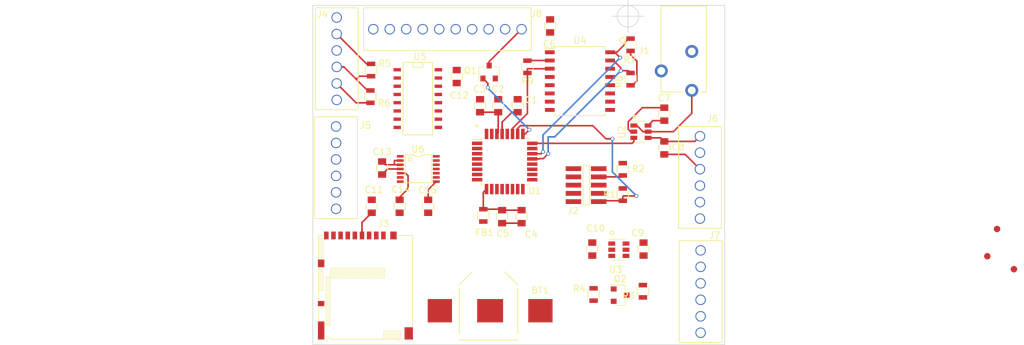
<source format=kicad_pcb>
(kicad_pcb (version 4) (host pcbnew 4.0.2-stable)

  (general
    (links 146)
    (no_connects 108)
    (area -3.857142 29.282142 82.613096 85.887674)
    (thickness 1.6)
    (drawings 28)
    (tracks 136)
    (zones 0)
    (modules 48)
    (nets 64)
  )

  (page A4)
  (layers
    (0 F.Cu signal)
    (1 Vcc.Cu power)
    (2 Gnd.Cu power)
    (31 B.Cu signal)
    (32 B.Adhes user)
    (33 F.Adhes user)
    (34 B.Paste user)
    (35 F.Paste user)
    (36 B.SilkS user)
    (37 F.SilkS user)
    (38 B.Mask user)
    (39 F.Mask user)
    (40 Dwgs.User user)
    (41 Cmts.User user)
    (42 Eco1.User user)
    (43 Eco2.User user)
    (44 Edge.Cuts user)
    (45 Margin user)
    (46 B.CrtYd user)
    (47 F.CrtYd user)
    (48 B.Fab user hide)
    (49 F.Fab user hide)
  )

  (setup
    (last_trace_width 0.25)
    (trace_clearance 0.2)
    (zone_clearance 0.508)
    (zone_45_only yes)
    (trace_min 0.25)
    (segment_width 0.2)
    (edge_width 0.1)
    (via_size 0.6)
    (via_drill 0.4)
    (via_min_size 0.4)
    (via_min_drill 0.3)
    (uvia_size 0.3)
    (uvia_drill 0.1)
    (uvias_allowed no)
    (uvia_min_size 0.2)
    (uvia_min_drill 0.1)
    (pcb_text_width 0.3)
    (pcb_text_size 1.5 1.5)
    (mod_edge_width 0.15)
    (mod_text_size 1 1)
    (mod_text_width 0.15)
    (pad_size 2.5 6)
    (pad_drill 0)
    (pad_to_mask_clearance 0)
    (aux_axis_origin 0 0)
    (grid_origin 13.6 33)
    (visible_elements 7FFEFFFF)
    (pcbplotparams
      (layerselection 0x010f8_80000007)
      (usegerberextensions false)
      (excludeedgelayer true)
      (linewidth 0.100000)
      (plotframeref false)
      (viasonmask false)
      (mode 1)
      (useauxorigin false)
      (hpglpennumber 1)
      (hpglpenspeed 20)
      (hpglpendiameter 15)
      (hpglpenoverlay 2)
      (psnegative false)
      (psa4output false)
      (plotreference true)
      (plotvalue true)
      (plotinvisibletext false)
      (padsonsilk false)
      (subtractmaskfromsilk false)
      (outputformat 1)
      (mirror false)
      (drillshape 0)
      (scaleselection 1)
      (outputdirectory prototype_gerber_export/))
  )

  (net 0 "")
  (net 1 "Net-(BT1-Pad1)")
  (net 2 GND)
  (net 3 "Net-(C1-Pad1)")
  (net 4 +3V3)
  (net 5 "Net-(C4-Pad2)")
  (net 6 SWITCHED_3v3)
  (net 7 SWITCHED_5v)
  (net 8 +12V)
  (net 9 "Net-(J1-Pad3)")
  (net 10 "Net-(J2-Pad4)")
  (net 11 "Net-(J2-Pad5)")
  (net 12 RESET)
  (net 13 "Net-(J2-Pad7)")
  (net 14 "Net-(J2-Pad8)")
  (net 15 SWDCLK)
  (net 16 SWDIO)
  (net 17 SD_SERCOM_PAD0_MISO)
  (net 18 SD_SERCOM_PAD3_SCK)
  (net 19 SD_SERCOM_PAD2_MOSI)
  (net 20 SD_SERCOM_PAD1_CS)
  (net 21 "Net-(J3-Pad1)")
  (net 22 SD_CHIP_DETECT)
  (net 23 Dend2)
  (net 24 Dend1)
  (net 25 "Net-(J6-Pad2)")
  (net 26 "Net-(J8-Pad8)")
  (net 27 "Net-(J8-Pad9)")
  (net 28 "Net-(J8-Pad10)")
  (net 29 HEATER_SWITCHED_GND)
  (net 30 "Net-(J8-Pad3)")
  (net 31 "Net-(J8-Pad4)")
  (net 32 "Net-(J8-Pad5)")
  (net 33 "Net-(J8-Pad6)")
  (net 34 "Net-(J8-Pad7)")
  (net 35 HEATER_ENABLE)
  (net 36 SDI_3v3_DATA)
  (net 37 DHT22_1)
  (net 38 DHT22_2)
  (net 39 MAX31856_SERCOM_PAD0_MISO)
  (net 40 MAX31856_SERCOM_PAD1_CS)
  (net 41 MAX31856_SERCOM_PAD2_MOSI)
  (net 42 MAX31856_SERCOM_PAD3_SCK)
  (net 43 MUX_SEL_A)
  (net 44 MUX_SEL_B)
  (net 45 3v3_PWR_ENABLE)
  (net 46 5v_PWR_ENABLE)
  (net 47 "Net-(U5-Pad7)")
  (net 48 "Net-(U6-Pad13)")
  (net 49 "Net-(U6-Pad7)")
  (net 50 "Net-(U6-Pad6)")
  (net 51 "Net-(C13-Pad1)")
  (net 52 "Net-(C13-Pad2)")
  (net 53 "Net-(J3-Pad10)")
  (net 54 "Net-(J3-Pad9)")
  (net 55 "Net-(J3-Pad8)")
  (net 56 DS3231_SDA)
  (net 57 DS3231_SCL)
  (net 58 DS3231_INTERRUPT)
  (net 59 "Net-(U4-Pad4)")
  (net 60 "Net-(U4-Pad1)")
  (net 61 "Net-(J3-PadM1)")
  (net 62 "Net-(U1-Pad1)")
  (net 63 "Net-(U1-Pad2)")

  (net_class Default "This is the default net class."
    (clearance 0.2)
    (trace_width 0.25)
    (via_dia 0.6)
    (via_drill 0.4)
    (uvia_dia 0.3)
    (uvia_drill 0.1)
    (add_net +12V)
    (add_net +3V3)
    (add_net 3v3_PWR_ENABLE)
    (add_net 5v_PWR_ENABLE)
    (add_net DHT22_1)
    (add_net DHT22_2)
    (add_net DS3231_INTERRUPT)
    (add_net DS3231_SCL)
    (add_net DS3231_SDA)
    (add_net Dend1)
    (add_net Dend2)
    (add_net GND)
    (add_net HEATER_ENABLE)
    (add_net HEATER_SWITCHED_GND)
    (add_net MAX31856_SERCOM_PAD0_MISO)
    (add_net MAX31856_SERCOM_PAD1_CS)
    (add_net MAX31856_SERCOM_PAD2_MOSI)
    (add_net MAX31856_SERCOM_PAD3_SCK)
    (add_net MUX_SEL_A)
    (add_net MUX_SEL_B)
    (add_net "Net-(BT1-Pad1)")
    (add_net "Net-(C1-Pad1)")
    (add_net "Net-(C13-Pad1)")
    (add_net "Net-(C13-Pad2)")
    (add_net "Net-(C4-Pad2)")
    (add_net "Net-(J1-Pad3)")
    (add_net "Net-(J2-Pad4)")
    (add_net "Net-(J2-Pad5)")
    (add_net "Net-(J2-Pad7)")
    (add_net "Net-(J2-Pad8)")
    (add_net "Net-(J3-Pad1)")
    (add_net "Net-(J3-Pad10)")
    (add_net "Net-(J3-Pad8)")
    (add_net "Net-(J3-Pad9)")
    (add_net "Net-(J3-PadM1)")
    (add_net "Net-(J6-Pad2)")
    (add_net "Net-(J8-Pad10)")
    (add_net "Net-(J8-Pad3)")
    (add_net "Net-(J8-Pad4)")
    (add_net "Net-(J8-Pad5)")
    (add_net "Net-(J8-Pad6)")
    (add_net "Net-(J8-Pad7)")
    (add_net "Net-(J8-Pad8)")
    (add_net "Net-(J8-Pad9)")
    (add_net "Net-(U1-Pad1)")
    (add_net "Net-(U1-Pad2)")
    (add_net "Net-(U4-Pad1)")
    (add_net "Net-(U4-Pad4)")
    (add_net "Net-(U5-Pad7)")
    (add_net "Net-(U6-Pad13)")
    (add_net "Net-(U6-Pad6)")
    (add_net "Net-(U6-Pad7)")
    (add_net RESET)
    (add_net SDI_3v3_DATA)
    (add_net SD_CHIP_DETECT)
    (add_net SD_SERCOM_PAD0_MISO)
    (add_net SD_SERCOM_PAD1_CS)
    (add_net SD_SERCOM_PAD2_MOSI)
    (add_net SD_SERCOM_PAD3_SCK)
    (add_net SWDCLK)
    (add_net SWDIO)
    (add_net SWITCHED_3v3)
    (add_net SWITCHED_5v)
  )

  (module Housings_QFP:TQFP-32_7x7mm_Pitch0.8mm (layer F.Cu) (tedit 588279CF) (tstamp 58744CEE)
    (at 73.8 56.4)
    (descr "32-Lead Plastic Thin Quad Flatpack (PT) - 7x7x1.0 mm Body, 2.00 mm [TQFP] (see Microchip Packaging Specification 00000049BS.pdf)")
    (tags "QFP 0.8")
    (path /586EBF33)
    (attr smd)
    (fp_text reference U1 (at 4.62 4.52) (layer F.SilkS)
      (effects (font (size 1 1) (thickness 0.15)))
    )
    (fp_text value SAMD20E16A-A (at 0 6.05) (layer F.Fab)
      (effects (font (size 1 1) (thickness 0.15)))
    )
    (fp_text user %R (at 0 0) (layer F.Fab)
      (effects (font (size 1 1) (thickness 0.15)))
    )
    (fp_line (start -2.5 -3.5) (end 3.5 -3.5) (layer F.Fab) (width 0.15))
    (fp_line (start 3.5 -3.5) (end 3.5 3.5) (layer F.Fab) (width 0.15))
    (fp_line (start 3.5 3.5) (end -3.5 3.5) (layer F.Fab) (width 0.15))
    (fp_line (start -3.5 3.5) (end -3.5 -2.5) (layer F.Fab) (width 0.15))
    (fp_line (start -3.5 -2.5) (end -2.5 -3.5) (layer F.Fab) (width 0.15))
    (fp_line (start -5.3 -5.3) (end -5.3 5.3) (layer F.CrtYd) (width 0.05))
    (fp_line (start 5.3 -5.3) (end 5.3 5.3) (layer F.CrtYd) (width 0.05))
    (fp_line (start -5.3 -5.3) (end 5.3 -5.3) (layer F.CrtYd) (width 0.05))
    (fp_line (start -5.3 5.3) (end 5.3 5.3) (layer F.CrtYd) (width 0.05))
    (fp_line (start -3.625 -3.625) (end -3.625 -3.4) (layer F.SilkS) (width 0.15))
    (fp_line (start 3.625 -3.625) (end 3.625 -3.3) (layer F.SilkS) (width 0.15))
    (fp_line (start 3.625 3.625) (end 3.625 3.3) (layer F.SilkS) (width 0.15))
    (fp_line (start -3.625 3.625) (end -3.625 3.3) (layer F.SilkS) (width 0.15))
    (fp_line (start -3.625 -3.625) (end -3.3 -3.625) (layer F.SilkS) (width 0.15))
    (fp_line (start -3.625 3.625) (end -3.3 3.625) (layer F.SilkS) (width 0.15))
    (fp_line (start 3.625 3.625) (end 3.3 3.625) (layer F.SilkS) (width 0.15))
    (fp_line (start 3.625 -3.625) (end 3.3 -3.625) (layer F.SilkS) (width 0.15))
    (fp_line (start -3.625 -3.4) (end -5.05 -3.4) (layer F.SilkS) (width 0.15))
    (pad 1 smd rect (at -4.25 -2.8) (size 1.6 0.55) (layers F.Cu F.Paste F.Mask)
      (net 62 "Net-(U1-Pad1)"))
    (pad 2 smd rect (at -4.25 -2) (size 1.6 0.55) (layers F.Cu F.Paste F.Mask)
      (net 63 "Net-(U1-Pad2)"))
    (pad 3 smd rect (at -4.25 -1.2) (size 1.6 0.55) (layers F.Cu F.Paste F.Mask)
      (net 24 Dend1))
    (pad 4 smd rect (at -4.25 -0.4) (size 1.6 0.55) (layers F.Cu F.Paste F.Mask)
      (net 23 Dend2))
    (pad 5 smd rect (at -4.25 0.4) (size 1.6 0.55) (layers F.Cu F.Paste F.Mask)
      (net 36 SDI_3v3_DATA))
    (pad 6 smd rect (at -4.25 1.2) (size 1.6 0.55) (layers F.Cu F.Paste F.Mask)
      (net 37 DHT22_1))
    (pad 7 smd rect (at -4.25 2) (size 1.6 0.55) (layers F.Cu F.Paste F.Mask)
      (net 38 DHT22_2))
    (pad 8 smd rect (at -4.25 2.8) (size 1.6 0.55) (layers F.Cu F.Paste F.Mask)
      (net 22 SD_CHIP_DETECT))
    (pad 9 smd rect (at -2.8 4.25 90) (size 1.6 0.55) (layers F.Cu F.Paste F.Mask)
      (net 5 "Net-(C4-Pad2)"))
    (pad 10 smd rect (at -2 4.25 90) (size 1.6 0.55) (layers F.Cu F.Paste F.Mask)
      (net 2 GND))
    (pad 11 smd rect (at -1.2 4.25 90) (size 1.6 0.55) (layers F.Cu F.Paste F.Mask)
      (net 20 SD_SERCOM_PAD1_CS))
    (pad 12 smd rect (at -0.4 4.25 90) (size 1.6 0.55) (layers F.Cu F.Paste F.Mask)
      (net 18 SD_SERCOM_PAD3_SCK))
    (pad 13 smd rect (at 0.4 4.25 90) (size 1.6 0.55) (layers F.Cu F.Paste F.Mask)
      (net 17 SD_SERCOM_PAD0_MISO))
    (pad 14 smd rect (at 1.2 4.25 90) (size 1.6 0.55) (layers F.Cu F.Paste F.Mask)
      (net 19 SD_SERCOM_PAD2_MOSI))
    (pad 15 smd rect (at 2 4.25 90) (size 1.6 0.55) (layers F.Cu F.Paste F.Mask)
      (net 44 MUX_SEL_B))
    (pad 16 smd rect (at 2.8 4.25 90) (size 1.6 0.55) (layers F.Cu F.Paste F.Mask)
      (net 43 MUX_SEL_A))
    (pad 17 smd rect (at 4.25 2.8) (size 1.6 0.55) (layers F.Cu F.Paste F.Mask)
      (net 40 MAX31856_SERCOM_PAD1_CS))
    (pad 18 smd rect (at 4.25 2) (size 1.6 0.55) (layers F.Cu F.Paste F.Mask)
      (net 42 MAX31856_SERCOM_PAD3_SCK))
    (pad 19 smd rect (at 4.25 1.2) (size 1.6 0.55) (layers F.Cu F.Paste F.Mask)
      (net 39 MAX31856_SERCOM_PAD0_MISO))
    (pad 20 smd rect (at 4.25 0.4) (size 1.6 0.55) (layers F.Cu F.Paste F.Mask)
      (net 41 MAX31856_SERCOM_PAD2_MOSI))
    (pad 21 smd rect (at 4.25 -0.4) (size 1.6 0.55) (layers F.Cu F.Paste F.Mask)
      (net 56 DS3231_SDA))
    (pad 22 smd rect (at 4.25 -1.2) (size 1.6 0.55) (layers F.Cu F.Paste F.Mask)
      (net 57 DS3231_SCL))
    (pad 23 smd rect (at 4.25 -2) (size 1.6 0.55) (layers F.Cu F.Paste F.Mask)
      (net 45 3v3_PWR_ENABLE))
    (pad 24 smd rect (at 4.25 -2.8) (size 1.6 0.55) (layers F.Cu F.Paste F.Mask)
      (net 46 5v_PWR_ENABLE))
    (pad 25 smd rect (at 2.8 -4.25 90) (size 1.6 0.55) (layers F.Cu F.Paste F.Mask)
      (net 35 HEATER_ENABLE))
    (pad 26 smd rect (at 2 -4.25 90) (size 1.6 0.55) (layers F.Cu F.Paste F.Mask)
      (net 12 RESET))
    (pad 27 smd rect (at 1.2 -4.25 90) (size 1.6 0.55) (layers F.Cu F.Paste F.Mask)
      (net 58 DS3231_INTERRUPT))
    (pad 28 smd rect (at 0.4 -4.25 90) (size 1.6 0.55) (layers F.Cu F.Paste F.Mask)
      (net 2 GND))
    (pad 29 smd rect (at -0.4 -4.25 90) (size 1.6 0.55) (layers F.Cu F.Paste F.Mask)
      (net 3 "Net-(C1-Pad1)"))
    (pad 30 smd rect (at -1.2 -4.25 90) (size 1.6 0.55) (layers F.Cu F.Paste F.Mask)
      (net 4 +3V3))
    (pad 31 smd rect (at -2 -4.25 90) (size 1.6 0.55) (layers F.Cu F.Paste F.Mask)
      (net 15 SWDCLK))
    (pad 32 smd rect (at -2.8 -4.25 90) (size 1.6 0.55) (layers F.Cu F.Paste F.Mask)
      (net 16 SWDIO))
    (model Housings_QFP.3dshapes/TQFP-32_7x7mm_Pitch0.8mm.wrl
      (at (xyz 0 0 0))
      (scale (xyz 1 1 1))
      (rotate (xyz 0 0 0))
    )
  )

  (module Pinecone_footprints:S8201R_Batt_Holder (layer F.Cu) (tedit 58B08742) (tstamp 58744A5E)
    (at 63.8 79.4)
    (path /585302CA)
    (fp_text reference BT1 (at 15.465 -3.14) (layer F.SilkS)
      (effects (font (size 1 1) (thickness 0.15)))
    )
    (fp_text value Battery (at 8 -6.9) (layer F.Fab)
      (effects (font (size 1 1) (thickness 0.15)))
    )
    (fp_line (start 5 -6) (end 3 -4) (layer F.SilkS) (width 0.15))
    (fp_line (start 12 -4) (end 10 -6) (layer F.SilkS) (width 0.15))
    (fp_line (start 3 -3.5) (end 3 3.5) (layer F.SilkS) (width 0.15))
    (fp_line (start 12 3.5) (end 12 -3.5) (layer F.SilkS) (width 0.15))
    (fp_line (start 12 4.5) (end 3 4.5) (layer F.SilkS) (width 0.15))
    (pad 1 smd rect (at 0 0) (size 3.75 3.6) (layers F.Cu F.Paste F.Mask)
      (net 1 "Net-(BT1-Pad1)"))
    (pad 2 smd rect (at 7.75 0) (size 4 3.6) (layers F.Cu F.Paste F.Mask)
      (net 2 GND))
    (pad 1 smd rect (at 15.5 0) (size 3.75 3.6) (layers F.Cu F.Paste F.Mask)
      (net 1 "Net-(BT1-Pad1)"))
  )

  (module TO_SOT_Packages_SMD:SOT-23-6 (layer F.Cu) (tedit 5882785E) (tstamp 58744D02)
    (at 94.8 51.8)
    (descr "6-pin SOT-23 package")
    (tags SOT-23-6)
    (path /586F1117)
    (attr smd)
    (fp_text reference U2 (at -2.94 0.068 90) (layer F.SilkS)
      (effects (font (size 1 1) (thickness 0.15)))
    )
    (fp_text value MIC5211 (at 0 2.9) (layer F.Fab)
      (effects (font (size 1 1) (thickness 0.15)))
    )
    (fp_line (start -0.9 1.61) (end 0.9 1.61) (layer F.SilkS) (width 0.12))
    (fp_line (start 0.9 -1.61) (end -1.55 -1.61) (layer F.SilkS) (width 0.12))
    (fp_line (start 1.9 -1.8) (end -1.9 -1.8) (layer F.CrtYd) (width 0.05))
    (fp_line (start 1.9 1.8) (end 1.9 -1.8) (layer F.CrtYd) (width 0.05))
    (fp_line (start -1.9 1.8) (end 1.9 1.8) (layer F.CrtYd) (width 0.05))
    (fp_line (start -1.9 -1.8) (end -1.9 1.8) (layer F.CrtYd) (width 0.05))
    (fp_line (start 0.9 -1.55) (end -0.9 -1.55) (layer F.Fab) (width 0.15))
    (fp_line (start -0.9 -1.55) (end -0.9 1.55) (layer F.Fab) (width 0.15))
    (fp_line (start 0.9 1.55) (end -0.9 1.55) (layer F.Fab) (width 0.15))
    (fp_line (start 0.9 -1.55) (end 0.9 1.55) (layer F.Fab) (width 0.15))
    (pad 1 smd rect (at -1.1 -0.95) (size 1.06 0.65) (layers F.Cu F.Paste F.Mask)
      (net 8 +12V))
    (pad 2 smd rect (at -1.1 0) (size 1.06 0.65) (layers F.Cu F.Paste F.Mask)
      (net 2 GND))
    (pad 3 smd rect (at -1.1 0.95) (size 1.06 0.65) (layers F.Cu F.Paste F.Mask)
      (net 46 5v_PWR_ENABLE))
    (pad 4 smd rect (at 1.1 0.95) (size 1.06 0.65) (layers F.Cu F.Paste F.Mask)
      (net 7 SWITCHED_5v))
    (pad 6 smd rect (at 1.1 -0.95) (size 1.06 0.65) (layers F.Cu F.Paste F.Mask)
      (net 4 +3V3))
    (pad 5 smd rect (at 1.1 0) (size 1.06 0.65) (layers F.Cu F.Paste F.Mask)
      (net 8 +12V))
    (model TO_SOT_Packages_SMD.3dshapes/SOT-23-6.wrl
      (at (xyz 0 0 0))
      (scale (xyz 1 1 1))
      (rotate (xyz 0 0 0))
    )
  )

  (module Pinecone_footprints:OSTVN06A150_6_Pin_Terminal (layer F.Cu) (tedit 58B481DF) (tstamp 58744B9F)
    (at 47.9 34.2 270)
    (path /587093E8)
    (fp_text reference J4 (at -0.5 2.2 360) (layer F.SilkS)
      (effects (font (size 1 1) (thickness 0.15)))
    )
    (fp_text value OSTVN06A150 (at 3.58 -5.84 270) (layer F.Fab)
      (effects (font (size 1 1) (thickness 0.15)))
    )
    (fp_line (start -1.5 -3.3) (end -1.5 3.3) (layer F.SilkS) (width 0.15))
    (fp_line (start -1.5 3.3) (end 14.2 3.3) (layer F.SilkS) (width 0.15))
    (fp_line (start 14.2 3.3) (end 14.2 -3.3) (layer F.SilkS) (width 0.15))
    (fp_line (start 14.2 -3.3) (end -1.5 -3.3) (layer F.SilkS) (width 0.15))
    (pad 6 thru_hole circle (at 12.7 0 270) (size 1.6 1.6) (drill 1.3) (layers *.Cu *.Mask)
      (net 2 GND))
    (pad 5 thru_hole circle (at 10.16 0 270) (size 1.6 1.6) (drill 1.3) (layers *.Cu *.Mask)
      (net 38 DHT22_2))
    (pad 4 thru_hole circle (at 7.62 0 270) (size 1.6 1.6) (drill 1.3) (layers *.Cu *.Mask)
      (net 6 SWITCHED_3v3))
    (pad 3 thru_hole circle (at 5.08 0 270) (size 1.6 1.6) (drill 1.3) (layers *.Cu *.Mask)
      (net 2 GND))
    (pad 2 thru_hole circle (at 2.54 0 270) (size 1.6 1.6) (drill 1.3) (layers *.Cu *.Mask)
      (net 37 DHT22_1))
    (pad 1 thru_hole circle (at 0 0 270) (size 1.6 1.6) (drill 1.3) (layers *.Cu *.Mask)
      (net 6 SWITCHED_3v3))
  )

  (module Capacitors_SMD:C_0805 (layer F.Cu) (tedit 58B4714F) (tstamp 58744A6E)
    (at 75.8 47.8 90)
    (descr "Capacitor SMD 0805, reflow soldering, AVX (see smccp.pdf)")
    (tags "capacitor 0805")
    (path /585E04DC)
    (attr smd)
    (fp_text reference C1 (at 0.9 2.1 180) (layer F.SilkS)
      (effects (font (size 1 1) (thickness 0.15)))
    )
    (fp_text value GRM21BR71C105KA01L (at -7.62 11.43 90) (layer F.Fab)
      (effects (font (size 1 1) (thickness 0.15)))
    )
    (fp_line (start -1 0.625) (end -1 -0.625) (layer F.Fab) (width 0.15))
    (fp_line (start 1 0.625) (end -1 0.625) (layer F.Fab) (width 0.15))
    (fp_line (start 1 -0.625) (end 1 0.625) (layer F.Fab) (width 0.15))
    (fp_line (start -1 -0.625) (end 1 -0.625) (layer F.Fab) (width 0.15))
    (fp_line (start -1.8 -1) (end 1.8 -1) (layer F.CrtYd) (width 0.05))
    (fp_line (start -1.8 1) (end 1.8 1) (layer F.CrtYd) (width 0.05))
    (fp_line (start -1.8 -1) (end -1.8 1) (layer F.CrtYd) (width 0.05))
    (fp_line (start 1.8 -1) (end 1.8 1) (layer F.CrtYd) (width 0.05))
    (fp_line (start 0.5 -0.85) (end -0.5 -0.85) (layer F.SilkS) (width 0.15))
    (fp_line (start -0.5 0.85) (end 0.5 0.85) (layer F.SilkS) (width 0.15))
    (pad 1 smd rect (at -1 0 90) (size 1 1.25) (layers F.Cu F.Paste F.Mask)
      (net 3 "Net-(C1-Pad1)"))
    (pad 2 smd rect (at 1 0 90) (size 1 1.25) (layers F.Cu F.Paste F.Mask)
      (net 2 GND))
    (model Capacitors_SMD.3dshapes/C_0805.wrl
      (at (xyz 0 0 0))
      (scale (xyz 1 1 1))
      (rotate (xyz 0 0 0))
    )
  )

  (module Capacitors_SMD:C_0805 (layer F.Cu) (tedit 58B47156) (tstamp 58744A7E)
    (at 72.8 47.8 270)
    (descr "Capacitor SMD 0805, reflow soldering, AVX (see smccp.pdf)")
    (tags "capacitor 0805")
    (path /5859B177)
    (attr smd)
    (fp_text reference C2 (at -2.575 0.06 360) (layer F.SilkS)
      (effects (font (size 1 1) (thickness 0.15)))
    )
    (fp_text value C0805C104K5RACTU (at 0 2.1 270) (layer F.Fab)
      (effects (font (size 1 1) (thickness 0.15)))
    )
    (fp_line (start -1 0.625) (end -1 -0.625) (layer F.Fab) (width 0.15))
    (fp_line (start 1 0.625) (end -1 0.625) (layer F.Fab) (width 0.15))
    (fp_line (start 1 -0.625) (end 1 0.625) (layer F.Fab) (width 0.15))
    (fp_line (start -1 -0.625) (end 1 -0.625) (layer F.Fab) (width 0.15))
    (fp_line (start -1.8 -1) (end 1.8 -1) (layer F.CrtYd) (width 0.05))
    (fp_line (start -1.8 1) (end 1.8 1) (layer F.CrtYd) (width 0.05))
    (fp_line (start -1.8 -1) (end -1.8 1) (layer F.CrtYd) (width 0.05))
    (fp_line (start 1.8 -1) (end 1.8 1) (layer F.CrtYd) (width 0.05))
    (fp_line (start 0.5 -0.85) (end -0.5 -0.85) (layer F.SilkS) (width 0.15))
    (fp_line (start -0.5 0.85) (end 0.5 0.85) (layer F.SilkS) (width 0.15))
    (pad 1 smd rect (at -1 0 270) (size 1 1.25) (layers F.Cu F.Paste F.Mask)
      (net 2 GND))
    (pad 2 smd rect (at 1 0 270) (size 1 1.25) (layers F.Cu F.Paste F.Mask)
      (net 4 +3V3))
    (model Capacitors_SMD.3dshapes/C_0805.wrl
      (at (xyz 0 0 0))
      (scale (xyz 1 1 1))
      (rotate (xyz 0 0 0))
    )
  )

  (module Capacitors_SMD:C_0805 (layer F.Cu) (tedit 58B47154) (tstamp 58744A8E)
    (at 70 47.8 90)
    (descr "Capacitor SMD 0805, reflow soldering, AVX (see smccp.pdf)")
    (tags "capacitor 0805")
    (path /585E1387)
    (attr smd)
    (fp_text reference C3 (at 2.575 -0.085 360) (layer F.SilkS)
      (effects (font (size 1 1) (thickness 0.15)))
    )
    (fp_text value GRM219R61A106KE44D (at 0 2.1 90) (layer F.Fab)
      (effects (font (size 1 1) (thickness 0.15)))
    )
    (fp_line (start -1 0.625) (end -1 -0.625) (layer F.Fab) (width 0.15))
    (fp_line (start 1 0.625) (end -1 0.625) (layer F.Fab) (width 0.15))
    (fp_line (start 1 -0.625) (end 1 0.625) (layer F.Fab) (width 0.15))
    (fp_line (start -1 -0.625) (end 1 -0.625) (layer F.Fab) (width 0.15))
    (fp_line (start -1.8 -1) (end 1.8 -1) (layer F.CrtYd) (width 0.05))
    (fp_line (start -1.8 1) (end 1.8 1) (layer F.CrtYd) (width 0.05))
    (fp_line (start -1.8 -1) (end -1.8 1) (layer F.CrtYd) (width 0.05))
    (fp_line (start 1.8 -1) (end 1.8 1) (layer F.CrtYd) (width 0.05))
    (fp_line (start 0.5 -0.85) (end -0.5 -0.85) (layer F.SilkS) (width 0.15))
    (fp_line (start -0.5 0.85) (end 0.5 0.85) (layer F.SilkS) (width 0.15))
    (pad 1 smd rect (at -1 0 90) (size 1 1.25) (layers F.Cu F.Paste F.Mask)
      (net 4 +3V3))
    (pad 2 smd rect (at 1 0 90) (size 1 1.25) (layers F.Cu F.Paste F.Mask)
      (net 2 GND))
    (model Capacitors_SMD.3dshapes/C_0805.wrl
      (at (xyz 0 0 0))
      (scale (xyz 1 1 1))
      (rotate (xyz 0 0 0))
    )
  )

  (module Capacitors_SMD:C_0805 (layer F.Cu) (tedit 58910D8B) (tstamp 58744A9E)
    (at 76.4 64.9 90)
    (descr "Capacitor SMD 0805, reflow soldering, AVX (see smccp.pdf)")
    (tags "capacitor 0805")
    (path /5859B472)
    (attr smd)
    (fp_text reference C4 (at -2.7 1.5 180) (layer F.SilkS)
      (effects (font (size 1 1) (thickness 0.15)))
    )
    (fp_text value GRM219R61A106KE44D (at 2.54 1.905 180) (layer F.Fab)
      (effects (font (size 1 1) (thickness 0.15)))
    )
    (fp_line (start -1 0.625) (end -1 -0.625) (layer F.Fab) (width 0.15))
    (fp_line (start 1 0.625) (end -1 0.625) (layer F.Fab) (width 0.15))
    (fp_line (start 1 -0.625) (end 1 0.625) (layer F.Fab) (width 0.15))
    (fp_line (start -1 -0.625) (end 1 -0.625) (layer F.Fab) (width 0.15))
    (fp_line (start -1.8 -1) (end 1.8 -1) (layer F.CrtYd) (width 0.05))
    (fp_line (start -1.8 1) (end 1.8 1) (layer F.CrtYd) (width 0.05))
    (fp_line (start -1.8 -1) (end -1.8 1) (layer F.CrtYd) (width 0.05))
    (fp_line (start 1.8 -1) (end 1.8 1) (layer F.CrtYd) (width 0.05))
    (fp_line (start 0.5 -0.85) (end -0.5 -0.85) (layer F.SilkS) (width 0.15))
    (fp_line (start -0.5 0.85) (end 0.5 0.85) (layer F.SilkS) (width 0.15))
    (pad 1 smd rect (at -1 0 90) (size 1 1.25) (layers F.Cu F.Paste F.Mask)
      (net 2 GND))
    (pad 2 smd rect (at 1 0 90) (size 1 1.25) (layers F.Cu F.Paste F.Mask)
      (net 5 "Net-(C4-Pad2)"))
    (model Capacitors_SMD.3dshapes/C_0805.wrl
      (at (xyz 0 0 0))
      (scale (xyz 1 1 1))
      (rotate (xyz 0 0 0))
    )
  )

  (module Capacitors_SMD:C_0805 (layer F.Cu) (tedit 58910D91) (tstamp 58744AAE)
    (at 73.4 64.9 90)
    (descr "Capacitor SMD 0805, reflow soldering, AVX (see smccp.pdf)")
    (tags "capacitor 0805")
    (path /5859AE09)
    (attr smd)
    (fp_text reference C5 (at -2.6 0.1 180) (layer F.SilkS)
      (effects (font (size 1 1) (thickness 0.15)))
    )
    (fp_text value C0805C104K5RACTU (at 0 2.1 180) (layer F.Fab)
      (effects (font (size 1 1) (thickness 0.15)))
    )
    (fp_line (start -1 0.625) (end -1 -0.625) (layer F.Fab) (width 0.15))
    (fp_line (start 1 0.625) (end -1 0.625) (layer F.Fab) (width 0.15))
    (fp_line (start 1 -0.625) (end 1 0.625) (layer F.Fab) (width 0.15))
    (fp_line (start -1 -0.625) (end 1 -0.625) (layer F.Fab) (width 0.15))
    (fp_line (start -1.8 -1) (end 1.8 -1) (layer F.CrtYd) (width 0.05))
    (fp_line (start -1.8 1) (end 1.8 1) (layer F.CrtYd) (width 0.05))
    (fp_line (start -1.8 -1) (end -1.8 1) (layer F.CrtYd) (width 0.05))
    (fp_line (start 1.8 -1) (end 1.8 1) (layer F.CrtYd) (width 0.05))
    (fp_line (start 0.5 -0.85) (end -0.5 -0.85) (layer F.SilkS) (width 0.15))
    (fp_line (start -0.5 0.85) (end 0.5 0.85) (layer F.SilkS) (width 0.15))
    (pad 1 smd rect (at -1 0 90) (size 1 1.25) (layers F.Cu F.Paste F.Mask)
      (net 2 GND))
    (pad 2 smd rect (at 1 0 90) (size 1 1.25) (layers F.Cu F.Paste F.Mask)
      (net 5 "Net-(C4-Pad2)"))
    (model Capacitors_SMD.3dshapes/C_0805.wrl
      (at (xyz 0 0 0))
      (scale (xyz 1 1 1))
      (rotate (xyz 0 0 0))
    )
  )

  (module Capacitors_SMD:C_0805 (layer F.Cu) (tedit 58827847) (tstamp 58744ABE)
    (at 80.8 35.5 90)
    (descr "Capacitor SMD 0805, reflow soldering, AVX (see smccp.pdf)")
    (tags "capacitor 0805")
    (path /58B0D767)
    (attr smd)
    (fp_text reference C6 (at -2.79 -0.12 180) (layer F.SilkS)
      (effects (font (size 1 1) (thickness 0.15)))
    )
    (fp_text value C0805C104K5RACTU (at 0 2.1 90) (layer F.Fab)
      (effects (font (size 1 1) (thickness 0.15)))
    )
    (fp_line (start -1 0.625) (end -1 -0.625) (layer F.Fab) (width 0.15))
    (fp_line (start 1 0.625) (end -1 0.625) (layer F.Fab) (width 0.15))
    (fp_line (start 1 -0.625) (end 1 0.625) (layer F.Fab) (width 0.15))
    (fp_line (start -1 -0.625) (end 1 -0.625) (layer F.Fab) (width 0.15))
    (fp_line (start -1.8 -1) (end 1.8 -1) (layer F.CrtYd) (width 0.05))
    (fp_line (start -1.8 1) (end 1.8 1) (layer F.CrtYd) (width 0.05))
    (fp_line (start -1.8 -1) (end -1.8 1) (layer F.CrtYd) (width 0.05))
    (fp_line (start 1.8 -1) (end 1.8 1) (layer F.CrtYd) (width 0.05))
    (fp_line (start 0.5 -0.85) (end -0.5 -0.85) (layer F.SilkS) (width 0.15))
    (fp_line (start -0.5 0.85) (end 0.5 0.85) (layer F.SilkS) (width 0.15))
    (pad 1 smd rect (at -1 0 90) (size 1 1.25) (layers F.Cu F.Paste F.Mask)
      (net 4 +3V3))
    (pad 2 smd rect (at 1 0 90) (size 1 1.25) (layers F.Cu F.Paste F.Mask)
      (net 2 GND))
    (model Capacitors_SMD.3dshapes/C_0805.wrl
      (at (xyz 0 0 0))
      (scale (xyz 1 1 1))
      (rotate (xyz 0 0 0))
    )
  )

  (module Capacitors_SMD:C_0805 (layer F.Cu) (tedit 588279C2) (tstamp 58744ADE)
    (at 98.4 54.3 270)
    (descr "Capacitor SMD 0805, reflow soldering, AVX (see smccp.pdf)")
    (tags "capacitor 0805")
    (path /585D4B43)
    (attr smd)
    (fp_text reference C8 (at -0.112 -2.148 360) (layer F.SilkS)
      (effects (font (size 1 1) (thickness 0.15)))
    )
    (fp_text value C0805C104K5RACTU (at 0 2.1 270) (layer F.Fab)
      (effects (font (size 1 1) (thickness 0.15)))
    )
    (fp_line (start -1 0.625) (end -1 -0.625) (layer F.Fab) (width 0.15))
    (fp_line (start 1 0.625) (end -1 0.625) (layer F.Fab) (width 0.15))
    (fp_line (start 1 -0.625) (end 1 0.625) (layer F.Fab) (width 0.15))
    (fp_line (start -1 -0.625) (end 1 -0.625) (layer F.Fab) (width 0.15))
    (fp_line (start -1.8 -1) (end 1.8 -1) (layer F.CrtYd) (width 0.05))
    (fp_line (start -1.8 1) (end 1.8 1) (layer F.CrtYd) (width 0.05))
    (fp_line (start -1.8 -1) (end -1.8 1) (layer F.CrtYd) (width 0.05))
    (fp_line (start 1.8 -1) (end 1.8 1) (layer F.CrtYd) (width 0.05))
    (fp_line (start 0.5 -0.85) (end -0.5 -0.85) (layer F.SilkS) (width 0.15))
    (fp_line (start -0.5 0.85) (end 0.5 0.85) (layer F.SilkS) (width 0.15))
    (pad 1 smd rect (at -1 0 270) (size 1 1.25) (layers F.Cu F.Paste F.Mask)
      (net 7 SWITCHED_5v))
    (pad 2 smd rect (at 1 0 270) (size 1 1.25) (layers F.Cu F.Paste F.Mask)
      (net 2 GND))
    (model Capacitors_SMD.3dshapes/C_0805.wrl
      (at (xyz 0 0 0))
      (scale (xyz 1 1 1))
      (rotate (xyz 0 0 0))
    )
  )

  (module Capacitors_SMD:C_0805 (layer F.Cu) (tedit 588FA58D) (tstamp 58744AEE)
    (at 95.2 69.9 90)
    (descr "Capacitor SMD 0805, reflow soldering, AVX (see smccp.pdf)")
    (tags "capacitor 0805")
    (path /585C0E3D)
    (attr smd)
    (fp_text reference C9 (at 2.5 -0.9 180) (layer F.SilkS)
      (effects (font (size 1 1) (thickness 0.15)))
    )
    (fp_text value GRM21BR71C105KA01L (at 0 2.1 90) (layer F.Fab)
      (effects (font (size 1 1) (thickness 0.15)))
    )
    (fp_line (start -1 0.625) (end -1 -0.625) (layer F.Fab) (width 0.15))
    (fp_line (start 1 0.625) (end -1 0.625) (layer F.Fab) (width 0.15))
    (fp_line (start 1 -0.625) (end 1 0.625) (layer F.Fab) (width 0.15))
    (fp_line (start -1 -0.625) (end 1 -0.625) (layer F.Fab) (width 0.15))
    (fp_line (start -1.8 -1) (end 1.8 -1) (layer F.CrtYd) (width 0.05))
    (fp_line (start -1.8 1) (end 1.8 1) (layer F.CrtYd) (width 0.05))
    (fp_line (start -1.8 -1) (end -1.8 1) (layer F.CrtYd) (width 0.05))
    (fp_line (start 1.8 -1) (end 1.8 1) (layer F.CrtYd) (width 0.05))
    (fp_line (start 0.5 -0.85) (end -0.5 -0.85) (layer F.SilkS) (width 0.15))
    (fp_line (start -0.5 0.85) (end 0.5 0.85) (layer F.SilkS) (width 0.15))
    (pad 1 smd rect (at -1 0 90) (size 1 1.25) (layers F.Cu F.Paste F.Mask)
      (net 4 +3V3))
    (pad 2 smd rect (at 1 0 90) (size 1 1.25) (layers F.Cu F.Paste F.Mask)
      (net 2 GND))
    (model Capacitors_SMD.3dshapes/C_0805.wrl
      (at (xyz 0 0 0))
      (scale (xyz 1 1 1))
      (rotate (xyz 0 0 0))
    )
  )

  (module Capacitors_SMD:C_0805 (layer F.Cu) (tedit 58B081C8) (tstamp 58744AFE)
    (at 87.3 69.9 270)
    (descr "Capacitor SMD 0805, reflow soldering, AVX (see smccp.pdf)")
    (tags "capacitor 0805")
    (path /585A1F33)
    (attr smd)
    (fp_text reference C10 (at -3.2 -0.5 360) (layer F.SilkS)
      (effects (font (size 1 1) (thickness 0.15)))
    )
    (fp_text value C0805C104K5RACTU (at 0 2.1 270) (layer F.Fab)
      (effects (font (size 1 1) (thickness 0.15)))
    )
    (fp_line (start -1 0.625) (end -1 -0.625) (layer F.Fab) (width 0.15))
    (fp_line (start 1 0.625) (end -1 0.625) (layer F.Fab) (width 0.15))
    (fp_line (start 1 -0.625) (end 1 0.625) (layer F.Fab) (width 0.15))
    (fp_line (start -1 -0.625) (end 1 -0.625) (layer F.Fab) (width 0.15))
    (fp_line (start -1.8 -1) (end 1.8 -1) (layer F.CrtYd) (width 0.05))
    (fp_line (start -1.8 1) (end 1.8 1) (layer F.CrtYd) (width 0.05))
    (fp_line (start -1.8 -1) (end -1.8 1) (layer F.CrtYd) (width 0.05))
    (fp_line (start 1.8 -1) (end 1.8 1) (layer F.CrtYd) (width 0.05))
    (fp_line (start 0.5 -0.85) (end -0.5 -0.85) (layer F.SilkS) (width 0.15))
    (fp_line (start -0.5 0.85) (end 0.5 0.85) (layer F.SilkS) (width 0.15))
    (pad 1 smd rect (at -1 0 270) (size 1 1.25) (layers F.Cu F.Paste F.Mask)
      (net 6 SWITCHED_3v3))
    (pad 2 smd rect (at 1 0 270) (size 1 1.25) (layers F.Cu F.Paste F.Mask)
      (net 2 GND))
    (model Capacitors_SMD.3dshapes/C_0805.wrl
      (at (xyz 0 0 0))
      (scale (xyz 1 1 1))
      (rotate (xyz 0 0 0))
    )
  )

  (module Capacitors_SMD:C_0805 (layer F.Cu) (tedit 58B483FB) (tstamp 58744B1E)
    (at 66.4 43.3 270)
    (descr "Capacitor SMD 0805, reflow soldering, AVX (see smccp.pdf)")
    (tags "capacitor 0805")
    (path /58587617)
    (attr smd)
    (fp_text reference C12 (at 2.9 -0.4 540) (layer F.SilkS)
      (effects (font (size 1 1) (thickness 0.15)))
    )
    (fp_text value C0805C104K5RACTU (at 0 2.1 270) (layer F.Fab)
      (effects (font (size 1 1) (thickness 0.15)))
    )
    (fp_line (start -1 0.625) (end -1 -0.625) (layer F.Fab) (width 0.15))
    (fp_line (start 1 0.625) (end -1 0.625) (layer F.Fab) (width 0.15))
    (fp_line (start 1 -0.625) (end 1 0.625) (layer F.Fab) (width 0.15))
    (fp_line (start -1 -0.625) (end 1 -0.625) (layer F.Fab) (width 0.15))
    (fp_line (start -1.8 -1) (end 1.8 -1) (layer F.CrtYd) (width 0.05))
    (fp_line (start -1.8 1) (end 1.8 1) (layer F.CrtYd) (width 0.05))
    (fp_line (start -1.8 -1) (end -1.8 1) (layer F.CrtYd) (width 0.05))
    (fp_line (start 1.8 -1) (end 1.8 1) (layer F.CrtYd) (width 0.05))
    (fp_line (start 0.5 -0.85) (end -0.5 -0.85) (layer F.SilkS) (width 0.15))
    (fp_line (start -0.5 0.85) (end 0.5 0.85) (layer F.SilkS) (width 0.15))
    (pad 1 smd rect (at -1 0 270) (size 1 1.25) (layers F.Cu F.Paste F.Mask)
      (net 6 SWITCHED_3v3))
    (pad 2 smd rect (at 1 0 270) (size 1 1.25) (layers F.Cu F.Paste F.Mask)
      (net 2 GND))
    (model Capacitors_SMD.3dshapes/C_0805.wrl
      (at (xyz 0 0 0))
      (scale (xyz 1 1 1))
      (rotate (xyz 0 0 0))
    )
  )

  (module Capacitors_SMD:C_0805 (layer F.Cu) (tedit 58B483EE) (tstamp 58744B2E)
    (at 54.9 57.4 90)
    (descr "Capacitor SMD 0805, reflow soldering, AVX (see smccp.pdf)")
    (tags "capacitor 0805")
    (path /585852A0)
    (attr smd)
    (fp_text reference C13 (at 2.5 0 180) (layer F.SilkS)
      (effects (font (size 1 1) (thickness 0.15)))
    )
    (fp_text value C0805C104K5RACTU (at 0 2.1 180) (layer F.Fab)
      (effects (font (size 1 1) (thickness 0.15)))
    )
    (fp_line (start -1 0.625) (end -1 -0.625) (layer F.Fab) (width 0.15))
    (fp_line (start 1 0.625) (end -1 0.625) (layer F.Fab) (width 0.15))
    (fp_line (start 1 -0.625) (end 1 0.625) (layer F.Fab) (width 0.15))
    (fp_line (start -1 -0.625) (end 1 -0.625) (layer F.Fab) (width 0.15))
    (fp_line (start -1.8 -1) (end 1.8 -1) (layer F.CrtYd) (width 0.05))
    (fp_line (start -1.8 1) (end 1.8 1) (layer F.CrtYd) (width 0.05))
    (fp_line (start -1.8 -1) (end -1.8 1) (layer F.CrtYd) (width 0.05))
    (fp_line (start 1.8 -1) (end 1.8 1) (layer F.CrtYd) (width 0.05))
    (fp_line (start 0.5 -0.85) (end -0.5 -0.85) (layer F.SilkS) (width 0.15))
    (fp_line (start -0.5 0.85) (end 0.5 0.85) (layer F.SilkS) (width 0.15))
    (pad 1 smd rect (at -1 0 90) (size 1 1.25) (layers F.Cu F.Paste F.Mask)
      (net 51 "Net-(C13-Pad1)"))
    (pad 2 smd rect (at 1 0 90) (size 1 1.25) (layers F.Cu F.Paste F.Mask)
      (net 52 "Net-(C13-Pad2)"))
    (model Capacitors_SMD.3dshapes/C_0805.wrl
      (at (xyz 0 0 0))
      (scale (xyz 1 1 1))
      (rotate (xyz 0 0 0))
    )
  )

  (module Capacitors_SMD:C_0805 (layer F.Cu) (tedit 58B481D4) (tstamp 58744B3E)
    (at 57.6 63.3 270)
    (descr "Capacitor SMD 0805, reflow soldering, AVX (see smccp.pdf)")
    (tags "capacitor 0805")
    (path /58585B43)
    (attr smd)
    (fp_text reference C14 (at -2.6 -0.2 360) (layer F.SilkS)
      (effects (font (size 1 1) (thickness 0.15)))
    )
    (fp_text value C0805C104K5RACTU (at 0 2.1 270) (layer F.Fab)
      (effects (font (size 1 1) (thickness 0.15)))
    )
    (fp_line (start -1 0.625) (end -1 -0.625) (layer F.Fab) (width 0.15))
    (fp_line (start 1 0.625) (end -1 0.625) (layer F.Fab) (width 0.15))
    (fp_line (start 1 -0.625) (end 1 0.625) (layer F.Fab) (width 0.15))
    (fp_line (start -1 -0.625) (end 1 -0.625) (layer F.Fab) (width 0.15))
    (fp_line (start -1.8 -1) (end 1.8 -1) (layer F.CrtYd) (width 0.05))
    (fp_line (start -1.8 1) (end 1.8 1) (layer F.CrtYd) (width 0.05))
    (fp_line (start -1.8 -1) (end -1.8 1) (layer F.CrtYd) (width 0.05))
    (fp_line (start 1.8 -1) (end 1.8 1) (layer F.CrtYd) (width 0.05))
    (fp_line (start 0.5 -0.85) (end -0.5 -0.85) (layer F.SilkS) (width 0.15))
    (fp_line (start -0.5 0.85) (end 0.5 0.85) (layer F.SilkS) (width 0.15))
    (pad 1 smd rect (at -1 0 270) (size 1 1.25) (layers F.Cu F.Paste F.Mask)
      (net 6 SWITCHED_3v3))
    (pad 2 smd rect (at 1 0 270) (size 1 1.25) (layers F.Cu F.Paste F.Mask)
      (net 2 GND))
    (model Capacitors_SMD.3dshapes/C_0805.wrl
      (at (xyz 0 0 0))
      (scale (xyz 1 1 1))
      (rotate (xyz 0 0 0))
    )
  )

  (module Capacitors_SMD:C_0805 (layer F.Cu) (tedit 58B481D5) (tstamp 58744B4E)
    (at 62 63.3 270)
    (descr "Capacitor SMD 0805, reflow soldering, AVX (see smccp.pdf)")
    (tags "capacitor 0805")
    (path /58585A1D)
    (attr smd)
    (fp_text reference C15 (at -2.5 0.1 360) (layer F.SilkS)
      (effects (font (size 1 1) (thickness 0.15)))
    )
    (fp_text value C0805C104K5RACTU (at 0 2.1 270) (layer F.Fab)
      (effects (font (size 1 1) (thickness 0.15)))
    )
    (fp_line (start -1 0.625) (end -1 -0.625) (layer F.Fab) (width 0.15))
    (fp_line (start 1 0.625) (end -1 0.625) (layer F.Fab) (width 0.15))
    (fp_line (start 1 -0.625) (end 1 0.625) (layer F.Fab) (width 0.15))
    (fp_line (start -1 -0.625) (end 1 -0.625) (layer F.Fab) (width 0.15))
    (fp_line (start -1.8 -1) (end 1.8 -1) (layer F.CrtYd) (width 0.05))
    (fp_line (start -1.8 1) (end 1.8 1) (layer F.CrtYd) (width 0.05))
    (fp_line (start -1.8 -1) (end -1.8 1) (layer F.CrtYd) (width 0.05))
    (fp_line (start 1.8 -1) (end 1.8 1) (layer F.CrtYd) (width 0.05))
    (fp_line (start 0.5 -0.85) (end -0.5 -0.85) (layer F.SilkS) (width 0.15))
    (fp_line (start -0.5 0.85) (end 0.5 0.85) (layer F.SilkS) (width 0.15))
    (pad 1 smd rect (at -1 0 270) (size 1 1.25) (layers F.Cu F.Paste F.Mask)
      (net 6 SWITCHED_3v3))
    (pad 2 smd rect (at 1 0 270) (size 1 1.25) (layers F.Cu F.Paste F.Mask)
      (net 2 GND))
    (model Capacitors_SMD.3dshapes/C_0805.wrl
      (at (xyz 0 0 0))
      (scale (xyz 1 1 1))
      (rotate (xyz 0 0 0))
    )
  )

  (module Pinecone_footprints:10_Pin_Cortex_SMD (layer F.Cu) (tedit 58910D22) (tstamp 58744B7B)
    (at 88.3 57.5 270)
    (path /586F9675)
    (fp_text reference J2 (at 6.484 3.976 360) (layer F.SilkS)
      (effects (font (size 1 1) (thickness 0.15)))
    )
    (fp_text value M50-3600542 (at 0 -3.81 270) (layer F.Fab)
      (effects (font (size 1 1) (thickness 0.15)))
    )
    (fp_line (start -0.508 1.397) (end 5.588 1.397) (layer F.SilkS) (width 0.15))
    (fp_line (start 5.588 1.397) (end 5.588 2.413) (layer F.SilkS) (width 0.15))
    (fp_line (start 5.588 2.413) (end -0.508 2.413) (layer F.SilkS) (width 0.15))
    (fp_line (start -0.508 2.413) (end -0.508 1.397) (layer F.SilkS) (width 0.15))
    (pad 1 smd rect (at 0 3.9 270) (size 0.74 2.4) (layers F.Cu F.Paste F.Mask)
      (net 4 +3V3))
    (pad 2 smd rect (at 1.27 3.9 270) (size 0.74 2.4) (layers F.Cu F.Paste F.Mask)
      (net 2 GND))
    (pad 3 smd rect (at 2.54 3.9 270) (size 0.74 2.4) (layers F.Cu F.Paste F.Mask)
      (net 2 GND))
    (pad 4 smd rect (at 3.81 3.9 270) (size 0.74 2.4) (layers F.Cu F.Paste F.Mask)
      (net 10 "Net-(J2-Pad4)"))
    (pad 5 smd rect (at 5.08 3.9 270) (size 0.74 2.4) (layers F.Cu F.Paste F.Mask)
      (net 11 "Net-(J2-Pad5)"))
    (pad 6 smd rect (at 5.08 0 270) (size 0.74 2.4) (layers F.Cu F.Paste F.Mask)
      (net 12 RESET))
    (pad 7 smd rect (at 3.81 0 270) (size 0.74 2.4) (layers F.Cu F.Paste F.Mask)
      (net 13 "Net-(J2-Pad7)"))
    (pad 8 smd rect (at 2.54 0 270) (size 0.74 2.4) (layers F.Cu F.Paste F.Mask)
      (net 14 "Net-(J2-Pad8)"))
    (pad 9 smd rect (at 1.27 0 270) (size 0.74 2.4) (layers F.Cu F.Paste F.Mask)
      (net 15 SWDCLK))
    (pad 10 smd rect (at 0 0 270) (size 0.74 2.4) (layers F.Cu F.Paste F.Mask)
      (net 16 SWDIO))
  )

  (module Pinecone_footprints:OSTVN06A150_6_Pin_Terminal (layer F.Cu) (tedit 58910D3C) (tstamp 58744BAD)
    (at 47.8 51 270)
    (path /58709927)
    (fp_text reference J5 (at -0.152 -4.528 360) (layer F.SilkS)
      (effects (font (size 1 1) (thickness 0.15)))
    )
    (fp_text value OSTVN06A150 (at 3.58 -5.84 270) (layer F.Fab)
      (effects (font (size 1 1) (thickness 0.15)))
    )
    (fp_line (start -1.5 -3.3) (end -1.5 3.3) (layer F.SilkS) (width 0.15))
    (fp_line (start -1.5 3.3) (end 14.2 3.3) (layer F.SilkS) (width 0.15))
    (fp_line (start 14.2 3.3) (end 14.2 -3.3) (layer F.SilkS) (width 0.15))
    (fp_line (start 14.2 -3.3) (end -1.5 -3.3) (layer F.SilkS) (width 0.15))
    (pad 6 thru_hole circle (at 12.7 0 270) (size 1.6 1.6) (drill 1.3) (layers *.Cu *.Mask)
      (net 2 GND))
    (pad 5 thru_hole circle (at 10.16 0 270) (size 1.6 1.6) (drill 1.3) (layers *.Cu *.Mask)
      (net 23 Dend2))
    (pad 4 thru_hole circle (at 7.62 0 270) (size 1.6 1.6) (drill 1.3) (layers *.Cu *.Mask)
      (net 6 SWITCHED_3v3))
    (pad 3 thru_hole circle (at 5.08 0 270) (size 1.6 1.6) (drill 1.3) (layers *.Cu *.Mask)
      (net 2 GND))
    (pad 2 thru_hole circle (at 2.54 0 270) (size 1.6 1.6) (drill 1.3) (layers *.Cu *.Mask)
      (net 24 Dend1))
    (pad 1 thru_hole circle (at 0 0 270) (size 1.6 1.6) (drill 1.3) (layers *.Cu *.Mask)
      (net 6 SWITCHED_3v3))
  )

  (module Pinecone_footprints:OSTVN06A150_6_Pin_Terminal (layer F.Cu) (tedit 58B0D435) (tstamp 58744BBB)
    (at 103.9 52.5 270)
    (path /58708C19)
    (fp_text reference J6 (at -2.7 -1.95 360) (layer F.SilkS)
      (effects (font (size 1 1) (thickness 0.15)))
    )
    (fp_text value OSTVN06A150 (at 3.58 -5.84 270) (layer F.Fab)
      (effects (font (size 1 1) (thickness 0.15)))
    )
    (fp_line (start -1.5 -3.3) (end -1.5 3.3) (layer F.SilkS) (width 0.15))
    (fp_line (start -1.5 3.3) (end 14.2 3.3) (layer F.SilkS) (width 0.15))
    (fp_line (start 14.2 3.3) (end 14.2 -3.3) (layer F.SilkS) (width 0.15))
    (fp_line (start 14.2 -3.3) (end -1.5 -3.3) (layer F.SilkS) (width 0.15))
    (pad 6 thru_hole circle (at 12.7 0 270) (size 1.6 1.6) (drill 1.3) (layers *.Cu *.Mask)
      (net 2 GND))
    (pad 5 thru_hole circle (at 10.16 0 270) (size 1.6 1.6) (drill 1.3) (layers *.Cu *.Mask)
      (net 25 "Net-(J6-Pad2)"))
    (pad 4 thru_hole circle (at 7.62 0 270) (size 1.6 1.6) (drill 1.3) (layers *.Cu *.Mask)
      (net 7 SWITCHED_5v))
    (pad 3 thru_hole circle (at 5.08 0 270) (size 1.6 1.6) (drill 1.3) (layers *.Cu *.Mask)
      (net 2 GND))
    (pad 2 thru_hole circle (at 2.54 0 270) (size 1.6 1.6) (drill 1.3) (layers *.Cu *.Mask)
      (net 25 "Net-(J6-Pad2)"))
    (pad 1 thru_hole circle (at 0 0 270) (size 1.6 1.6) (drill 1.3) (layers *.Cu *.Mask)
      (net 7 SWITCHED_5v))
  )

  (module Pinecone_footprints:OSTVN06A150_6_Pin_Terminal (layer F.Cu) (tedit 58756F35) (tstamp 58744BC9)
    (at 104 70.1 270)
    (path /58708CDF)
    (fp_text reference J7 (at -2.286 -2.159 360) (layer F.SilkS)
      (effects (font (size 1 1) (thickness 0.15)))
    )
    (fp_text value OSTVN06A150 (at 3.58 -5.84 270) (layer F.Fab)
      (effects (font (size 1 1) (thickness 0.15)))
    )
    (fp_line (start -1.5 -3.3) (end -1.5 3.3) (layer F.SilkS) (width 0.15))
    (fp_line (start -1.5 3.3) (end 14.2 3.3) (layer F.SilkS) (width 0.15))
    (fp_line (start 14.2 3.3) (end 14.2 -3.3) (layer F.SilkS) (width 0.15))
    (fp_line (start 14.2 -3.3) (end -1.5 -3.3) (layer F.SilkS) (width 0.15))
    (pad 6 thru_hole circle (at 12.7 0 270) (size 1.6 1.6) (drill 1.3) (layers *.Cu *.Mask)
      (net 2 GND))
    (pad 5 thru_hole circle (at 10.16 0 270) (size 1.6 1.6) (drill 1.3) (layers *.Cu *.Mask)
      (net 25 "Net-(J6-Pad2)"))
    (pad 4 thru_hole circle (at 7.62 0 270) (size 1.6 1.6) (drill 1.3) (layers *.Cu *.Mask)
      (net 7 SWITCHED_5v))
    (pad 3 thru_hole circle (at 5.08 0 270) (size 1.6 1.6) (drill 1.3) (layers *.Cu *.Mask)
      (net 2 GND))
    (pad 2 thru_hole circle (at 2.54 0 270) (size 1.6 1.6) (drill 1.3) (layers *.Cu *.Mask)
      (net 25 "Net-(J6-Pad2)"))
    (pad 1 thru_hole circle (at 0 0 270) (size 1.6 1.6) (drill 1.3) (layers *.Cu *.Mask)
      (net 7 SWITCHED_5v))
  )

  (module Pinecone_footprints:OSTVN10A150_10_pin_term (layer F.Cu) (tedit 58B481E4) (tstamp 58744BDB)
    (at 76.4 36 180)
    (path /5870B171)
    (fp_text reference J8 (at -2.3 2.4 360) (layer F.SilkS)
      (effects (font (size 1 1) (thickness 0.15)))
    )
    (fp_text value 10_Pin_Header (at 1.04 -6.6 180) (layer F.Fab)
      (effects (font (size 1 1) (thickness 0.15)))
    )
    (fp_line (start -1.5 -3.3) (end -1.5 3.3) (layer F.SilkS) (width 0.15))
    (fp_line (start -1.5 3.3) (end 24.36 3.3) (layer F.SilkS) (width 0.15))
    (fp_line (start 24.36 3.3) (end 24.36 -3.3) (layer F.SilkS) (width 0.15))
    (fp_line (start 24.36 -3.3) (end -1.5 -3.3) (layer F.SilkS) (width 0.15))
    (pad 8 thru_hole circle (at 17.78 0 180) (size 1.6 1.6) (drill 1.3) (layers *.Cu *.Mask)
      (net 26 "Net-(J8-Pad8)"))
    (pad 9 thru_hole circle (at 20.32 0 180) (size 1.6 1.6) (drill 1.3) (layers *.Cu *.Mask)
      (net 27 "Net-(J8-Pad9)"))
    (pad 10 thru_hole circle (at 22.86 0 180) (size 1.6 1.6) (drill 1.3) (layers *.Cu *.Mask)
      (net 28 "Net-(J8-Pad10)"))
    (pad 1 thru_hole circle (at 0 0 180) (size 1.6 1.6) (drill 1.3) (layers *.Cu *.Mask)
      (net 29 HEATER_SWITCHED_GND))
    (pad 2 thru_hole circle (at 2.54 0 180) (size 1.6 1.6) (drill 1.3) (layers *.Cu *.Mask)
      (net 8 +12V))
    (pad 3 thru_hole circle (at 5.08 0 180) (size 1.6 1.6) (drill 1.3) (layers *.Cu *.Mask)
      (net 30 "Net-(J8-Pad3)"))
    (pad 4 thru_hole circle (at 7.62 0 180) (size 1.6 1.6) (drill 1.3) (layers *.Cu *.Mask)
      (net 31 "Net-(J8-Pad4)"))
    (pad 5 thru_hole circle (at 10.16 0 180) (size 1.6 1.6) (drill 1.3) (layers *.Cu *.Mask)
      (net 32 "Net-(J8-Pad5)"))
    (pad 6 thru_hole circle (at 12.7 0 180) (size 1.6 1.6) (drill 1.3) (layers *.Cu *.Mask)
      (net 33 "Net-(J8-Pad6)"))
    (pad 7 thru_hole circle (at 15.24 0 180) (size 1.6 1.6) (drill 1.3) (layers *.Cu *.Mask)
      (net 34 "Net-(J8-Pad7)"))
  )

  (module Resistors_SMD:R_0805 (layer F.Cu) (tedit 58B482C3) (tstamp 58744BEB)
    (at 70.5 64.7 270)
    (descr "Resistor SMD 0805, reflow soldering, Vishay (see dcrcw.pdf)")
    (tags "resistor 0805")
    (path /585DD47F)
    (attr smd)
    (fp_text reference FB1 (at 2.65 -0.2 360) (layer F.SilkS)
      (effects (font (size 1 1) (thickness 0.15)))
    )
    (fp_text value Z0805C221APMST (at 0 2.1 270) (layer F.Fab)
      (effects (font (size 1 1) (thickness 0.15)))
    )
    (fp_line (start -1 0.625) (end -1 -0.625) (layer F.Fab) (width 0.1))
    (fp_line (start 1 0.625) (end -1 0.625) (layer F.Fab) (width 0.1))
    (fp_line (start 1 -0.625) (end 1 0.625) (layer F.Fab) (width 0.1))
    (fp_line (start -1 -0.625) (end 1 -0.625) (layer F.Fab) (width 0.1))
    (fp_line (start -1.6 -1) (end 1.6 -1) (layer F.CrtYd) (width 0.05))
    (fp_line (start -1.6 1) (end 1.6 1) (layer F.CrtYd) (width 0.05))
    (fp_line (start -1.6 -1) (end -1.6 1) (layer F.CrtYd) (width 0.05))
    (fp_line (start 1.6 -1) (end 1.6 1) (layer F.CrtYd) (width 0.05))
    (fp_line (start 0.6 0.875) (end -0.6 0.875) (layer F.SilkS) (width 0.15))
    (fp_line (start -0.6 -0.875) (end 0.6 -0.875) (layer F.SilkS) (width 0.15))
    (pad 1 smd rect (at -0.95 0 270) (size 0.7 1.3) (layers F.Cu F.Paste F.Mask)
      (net 5 "Net-(C4-Pad2)"))
    (pad 2 smd rect (at 0.95 0 270) (size 0.7 1.3) (layers F.Cu F.Paste F.Mask)
      (net 4 +3V3))
    (model Resistors_SMD.3dshapes/R_0805.wrl
      (at (xyz 0 0 0))
      (scale (xyz 1 1 1))
      (rotate (xyz 0 0 0))
    )
  )

  (module TO_SOT_Packages_SMD:SOT-23 (layer F.Cu) (tedit 58B48133) (tstamp 58744BFE)
    (at 71.4 42.6 90)
    (descr "SOT-23, Standard")
    (tags SOT-23)
    (path /586F152B)
    (attr smd)
    (fp_text reference Q1 (at 0.2 -2.9 180) (layer F.SilkS)
      (effects (font (size 1 1) (thickness 0.15)))
    )
    (fp_text value AO3420 (at 0 2.5 90) (layer F.Fab)
      (effects (font (size 1 1) (thickness 0.15)))
    )
    (fp_line (start 0.76 1.58) (end 0.76 0.65) (layer F.SilkS) (width 0.12))
    (fp_line (start 0.76 -1.58) (end 0.76 -0.65) (layer F.SilkS) (width 0.12))
    (fp_line (start 0.7 -1.52) (end 0.7 1.52) (layer F.Fab) (width 0.15))
    (fp_line (start -0.7 1.52) (end 0.7 1.52) (layer F.Fab) (width 0.15))
    (fp_line (start -1.7 -1.75) (end 1.7 -1.75) (layer F.CrtYd) (width 0.05))
    (fp_line (start 1.7 -1.75) (end 1.7 1.75) (layer F.CrtYd) (width 0.05))
    (fp_line (start 1.7 1.75) (end -1.7 1.75) (layer F.CrtYd) (width 0.05))
    (fp_line (start -1.7 1.75) (end -1.7 -1.75) (layer F.CrtYd) (width 0.05))
    (fp_line (start 0.76 -1.58) (end -1.4 -1.58) (layer F.SilkS) (width 0.12))
    (fp_line (start -0.7 -1.52) (end 0.7 -1.52) (layer F.Fab) (width 0.15))
    (fp_line (start -0.7 -1.52) (end -0.7 1.52) (layer F.Fab) (width 0.15))
    (fp_line (start 0.76 1.58) (end -0.7 1.58) (layer F.SilkS) (width 0.12))
    (pad 1 smd rect (at -1 -0.95 90) (size 0.9 0.8) (layers F.Cu F.Paste F.Mask)
      (net 35 HEATER_ENABLE))
    (pad 2 smd rect (at -1 0.95 90) (size 0.9 0.8) (layers F.Cu F.Paste F.Mask)
      (net 2 GND))
    (pad 3 smd rect (at 1 0 90) (size 0.9 0.8) (layers F.Cu F.Paste F.Mask)
      (net 29 HEATER_SWITCHED_GND))
    (model TO_SOT_Packages_SMD.3dshapes/SOT-23.wrl
      (at (xyz 0 0 0))
      (scale (xyz 1 1 1))
      (rotate (xyz 0 0 90))
    )
  )

  (module TO_SOT_Packages_SMD:SOT-23 (layer F.Cu) (tedit 583F39EB) (tstamp 58744C11)
    (at 91.6 77)
    (descr "SOT-23, Standard")
    (tags SOT-23)
    (path /586F1125)
    (attr smd)
    (fp_text reference Q2 (at 0 -2.5) (layer F.SilkS)
      (effects (font (size 1 1) (thickness 0.15)))
    )
    (fp_text value AO3420 (at 0 2.5) (layer F.Fab)
      (effects (font (size 1 1) (thickness 0.15)))
    )
    (fp_line (start 0.76 1.58) (end 0.76 0.65) (layer F.SilkS) (width 0.12))
    (fp_line (start 0.76 -1.58) (end 0.76 -0.65) (layer F.SilkS) (width 0.12))
    (fp_line (start 0.7 -1.52) (end 0.7 1.52) (layer F.Fab) (width 0.15))
    (fp_line (start -0.7 1.52) (end 0.7 1.52) (layer F.Fab) (width 0.15))
    (fp_line (start -1.7 -1.75) (end 1.7 -1.75) (layer F.CrtYd) (width 0.05))
    (fp_line (start 1.7 -1.75) (end 1.7 1.75) (layer F.CrtYd) (width 0.05))
    (fp_line (start 1.7 1.75) (end -1.7 1.75) (layer F.CrtYd) (width 0.05))
    (fp_line (start -1.7 1.75) (end -1.7 -1.75) (layer F.CrtYd) (width 0.05))
    (fp_line (start 0.76 -1.58) (end -1.4 -1.58) (layer F.SilkS) (width 0.12))
    (fp_line (start -0.7 -1.52) (end 0.7 -1.52) (layer F.Fab) (width 0.15))
    (fp_line (start -0.7 -1.52) (end -0.7 1.52) (layer F.Fab) (width 0.15))
    (fp_line (start 0.76 1.58) (end -0.7 1.58) (layer F.SilkS) (width 0.12))
    (pad 1 smd rect (at -1 -0.95) (size 0.9 0.8) (layers F.Cu F.Paste F.Mask)
      (net 6 SWITCHED_3v3))
    (pad 2 smd rect (at -1 0.95) (size 0.9 0.8) (layers F.Cu F.Paste F.Mask)
      (net 36 SDI_3v3_DATA))
    (pad 3 smd rect (at 1 0) (size 0.9 0.8) (layers F.Cu F.Paste F.Mask)
      (net 25 "Net-(J6-Pad2)"))
    (model TO_SOT_Packages_SMD.3dshapes/SOT-23.wrl
      (at (xyz 0 0 0))
      (scale (xyz 1 1 1))
      (rotate (xyz 0 0 90))
    )
  )

  (module R_0805 (layer F.Cu) (tedit 58B46DEF) (tstamp 58744C47)
    (at 92 61.5 270)
    (descr "Resistor SMD 0805, reflow soldering, Vishay (see dcrcw.pdf)")
    (tags "resistor 0805")
    (path /585322E3)
    (attr smd)
    (fp_text reference R1 (at -0.05 2.05 360) (layer F.SilkS)
      (effects (font (size 1 1) (thickness 0.15)))
    )
    (fp_text value RC0805JR-0710KL (at 0 2.1 270) (layer F.Fab)
      (effects (font (size 1 1) (thickness 0.15)))
    )
    (fp_line (start -1 0.625) (end -1 -0.625) (layer F.Fab) (width 0.1))
    (fp_line (start 1 0.625) (end -1 0.625) (layer F.Fab) (width 0.1))
    (fp_line (start 1 -0.625) (end 1 0.625) (layer F.Fab) (width 0.1))
    (fp_line (start -1 -0.625) (end 1 -0.625) (layer F.Fab) (width 0.1))
    (fp_line (start -1.6 -1) (end 1.6 -1) (layer F.CrtYd) (width 0.05))
    (fp_line (start -1.6 1) (end 1.6 1) (layer F.CrtYd) (width 0.05))
    (fp_line (start -1.6 -1) (end -1.6 1) (layer F.CrtYd) (width 0.05))
    (fp_line (start 1.6 -1) (end 1.6 1) (layer F.CrtYd) (width 0.05))
    (fp_line (start 0.6 0.875) (end -0.6 0.875) (layer F.SilkS) (width 0.15))
    (fp_line (start -0.6 -0.875) (end 0.6 -0.875) (layer F.SilkS) (width 0.15))
    (pad 1 smd rect (at -0.95 0 270) (size 0.7 1.3) (layers F.Cu F.Paste F.Mask)
      (net 4 +3V3))
    (pad 2 smd rect (at 0.95 0 270) (size 0.7 1.3) (layers F.Cu F.Paste F.Mask)
      (net 12 RESET))
    (model Resistors_SMD.3dshapes/R_0805.wrl
      (at (xyz 0 0 0))
      (scale (xyz 1 1 1))
      (rotate (xyz 0 0 0))
    )
  )

  (module Resistors_SMD:R_0805 (layer F.Cu) (tedit 58B0C064) (tstamp 58744C67)
    (at 92 57.6 270)
    (descr "Resistor SMD 0805, reflow soldering, Vishay (see dcrcw.pdf)")
    (tags "resistor 0805")
    (path /58781C67)
    (attr smd)
    (fp_text reference R2 (at -0.1 -2.4 360) (layer F.SilkS)
      (effects (font (size 1 1) (thickness 0.15)))
    )
    (fp_text value RC0805JR-071KL (at 0 2.1 270) (layer F.Fab)
      (effects (font (size 1 1) (thickness 0.15)))
    )
    (fp_line (start -1 0.625) (end -1 -0.625) (layer F.Fab) (width 0.1))
    (fp_line (start 1 0.625) (end -1 0.625) (layer F.Fab) (width 0.1))
    (fp_line (start 1 -0.625) (end 1 0.625) (layer F.Fab) (width 0.1))
    (fp_line (start -1 -0.625) (end 1 -0.625) (layer F.Fab) (width 0.1))
    (fp_line (start -1.6 -1) (end 1.6 -1) (layer F.CrtYd) (width 0.05))
    (fp_line (start -1.6 1) (end 1.6 1) (layer F.CrtYd) (width 0.05))
    (fp_line (start -1.6 -1) (end -1.6 1) (layer F.CrtYd) (width 0.05))
    (fp_line (start 1.6 -1) (end 1.6 1) (layer F.CrtYd) (width 0.05))
    (fp_line (start 0.6 0.875) (end -0.6 0.875) (layer F.SilkS) (width 0.15))
    (fp_line (start -0.6 -0.875) (end 0.6 -0.875) (layer F.SilkS) (width 0.15))
    (pad 1 smd rect (at -0.95 0 270) (size 0.7 1.3) (layers F.Cu F.Paste F.Mask)
      (net 4 +3V3))
    (pad 2 smd rect (at 0.95 0 270) (size 0.7 1.3) (layers F.Cu F.Paste F.Mask)
      (net 15 SWDCLK))
    (model Resistors_SMD.3dshapes/R_0805.wrl
      (at (xyz 0 0 0))
      (scale (xyz 1 1 1))
      (rotate (xyz 0 0 0))
    )
  )

  (module Resistors_SMD:R_0805 (layer F.Cu) (tedit 58910D44) (tstamp 58744C77)
    (at 95.1 76.4 270)
    (descr "Resistor SMD 0805, reflow soldering, Vishay (see dcrcw.pdf)")
    (tags "resistor 0805")
    (path /58594BD6)
    (attr smd)
    (fp_text reference R3 (at 0.712 2.214 360) (layer F.SilkS)
      (effects (font (size 1 1) (thickness 0.15)))
    )
    (fp_text value RC0805JR-0710KL (at 0 2.1 270) (layer F.Fab)
      (effects (font (size 1 1) (thickness 0.15)))
    )
    (fp_line (start -1 0.625) (end -1 -0.625) (layer F.Fab) (width 0.1))
    (fp_line (start 1 0.625) (end -1 0.625) (layer F.Fab) (width 0.1))
    (fp_line (start 1 -0.625) (end 1 0.625) (layer F.Fab) (width 0.1))
    (fp_line (start -1 -0.625) (end 1 -0.625) (layer F.Fab) (width 0.1))
    (fp_line (start -1.6 -1) (end 1.6 -1) (layer F.CrtYd) (width 0.05))
    (fp_line (start -1.6 1) (end 1.6 1) (layer F.CrtYd) (width 0.05))
    (fp_line (start -1.6 -1) (end -1.6 1) (layer F.CrtYd) (width 0.05))
    (fp_line (start 1.6 -1) (end 1.6 1) (layer F.CrtYd) (width 0.05))
    (fp_line (start 0.6 0.875) (end -0.6 0.875) (layer F.SilkS) (width 0.15))
    (fp_line (start -0.6 -0.875) (end 0.6 -0.875) (layer F.SilkS) (width 0.15))
    (pad 1 smd rect (at -0.95 0 270) (size 0.7 1.3) (layers F.Cu F.Paste F.Mask)
      (net 7 SWITCHED_5v))
    (pad 2 smd rect (at 0.95 0 270) (size 0.7 1.3) (layers F.Cu F.Paste F.Mask)
      (net 25 "Net-(J6-Pad2)"))
    (model Resistors_SMD.3dshapes/R_0805.wrl
      (at (xyz 0 0 0))
      (scale (xyz 1 1 1))
      (rotate (xyz 0 0 0))
    )
  )

  (module Resistors_SMD:R_0805 (layer F.Cu) (tedit 58910D47) (tstamp 58744C87)
    (at 87.5 76.9 270)
    (descr "Resistor SMD 0805, reflow soldering, Vishay (see dcrcw.pdf)")
    (tags "resistor 0805")
    (path /58594AFA)
    (attr smd)
    (fp_text reference R4 (at -0.9 2.2 360) (layer F.SilkS)
      (effects (font (size 1 1) (thickness 0.15)))
    )
    (fp_text value RC0805JR-0710KL (at 0 2.1 270) (layer F.Fab)
      (effects (font (size 1 1) (thickness 0.15)))
    )
    (fp_line (start -1 0.625) (end -1 -0.625) (layer F.Fab) (width 0.1))
    (fp_line (start 1 0.625) (end -1 0.625) (layer F.Fab) (width 0.1))
    (fp_line (start 1 -0.625) (end 1 0.625) (layer F.Fab) (width 0.1))
    (fp_line (start -1 -0.625) (end 1 -0.625) (layer F.Fab) (width 0.1))
    (fp_line (start -1.6 -1) (end 1.6 -1) (layer F.CrtYd) (width 0.05))
    (fp_line (start -1.6 1) (end 1.6 1) (layer F.CrtYd) (width 0.05))
    (fp_line (start -1.6 -1) (end -1.6 1) (layer F.CrtYd) (width 0.05))
    (fp_line (start 1.6 -1) (end 1.6 1) (layer F.CrtYd) (width 0.05))
    (fp_line (start 0.6 0.875) (end -0.6 0.875) (layer F.SilkS) (width 0.15))
    (fp_line (start -0.6 -0.875) (end 0.6 -0.875) (layer F.SilkS) (width 0.15))
    (pad 1 smd rect (at -0.95 0 270) (size 0.7 1.3) (layers F.Cu F.Paste F.Mask)
      (net 6 SWITCHED_3v3))
    (pad 2 smd rect (at 0.95 0 270) (size 0.7 1.3) (layers F.Cu F.Paste F.Mask)
      (net 36 SDI_3v3_DATA))
    (model Resistors_SMD.3dshapes/R_0805.wrl
      (at (xyz 0 0 0))
      (scale (xyz 1 1 1))
      (rotate (xyz 0 0 0))
    )
  )

  (module Resistors_SMD:R_0805 (layer F.Cu) (tedit 58B47FBB) (tstamp 58744C97)
    (at 53.2 42.3 90)
    (descr "Resistor SMD 0805, reflow soldering, Vishay (see dcrcw.pdf)")
    (tags "resistor 0805")
    (path /58538A9E)
    (attr smd)
    (fp_text reference R5 (at 1 2.1 180) (layer F.SilkS)
      (effects (font (size 1 1) (thickness 0.15)))
    )
    (fp_text value RC0805JR-0710KL (at 0 2.1 90) (layer F.Fab)
      (effects (font (size 1 1) (thickness 0.15)))
    )
    (fp_line (start -1 0.625) (end -1 -0.625) (layer F.Fab) (width 0.1))
    (fp_line (start 1 0.625) (end -1 0.625) (layer F.Fab) (width 0.1))
    (fp_line (start 1 -0.625) (end 1 0.625) (layer F.Fab) (width 0.1))
    (fp_line (start -1 -0.625) (end 1 -0.625) (layer F.Fab) (width 0.1))
    (fp_line (start -1.6 -1) (end 1.6 -1) (layer F.CrtYd) (width 0.05))
    (fp_line (start -1.6 1) (end 1.6 1) (layer F.CrtYd) (width 0.05))
    (fp_line (start -1.6 -1) (end -1.6 1) (layer F.CrtYd) (width 0.05))
    (fp_line (start 1.6 -1) (end 1.6 1) (layer F.CrtYd) (width 0.05))
    (fp_line (start 0.6 0.875) (end -0.6 0.875) (layer F.SilkS) (width 0.15))
    (fp_line (start -0.6 -0.875) (end 0.6 -0.875) (layer F.SilkS) (width 0.15))
    (pad 1 smd rect (at -0.95 0 90) (size 0.7 1.3) (layers F.Cu F.Paste F.Mask)
      (net 6 SWITCHED_3v3))
    (pad 2 smd rect (at 0.95 0 90) (size 0.7 1.3) (layers F.Cu F.Paste F.Mask)
      (net 37 DHT22_1))
    (model Resistors_SMD.3dshapes/R_0805.wrl
      (at (xyz 0 0 0))
      (scale (xyz 1 1 1))
      (rotate (xyz 0 0 0))
    )
  )

  (module Resistors_SMD:R_0805 (layer F.Cu) (tedit 58B483F7) (tstamp 58744CA7)
    (at 53.1 46.4 270)
    (descr "Resistor SMD 0805, reflow soldering, Vishay (see dcrcw.pdf)")
    (tags "resistor 0805")
    (path /585B66B5)
    (attr smd)
    (fp_text reference R6 (at 1 -2.1 360) (layer F.SilkS)
      (effects (font (size 1 1) (thickness 0.15)))
    )
    (fp_text value RC0805JR-0710KL (at 0 2.1 270) (layer F.Fab)
      (effects (font (size 1 1) (thickness 0.15)))
    )
    (fp_line (start -1 0.625) (end -1 -0.625) (layer F.Fab) (width 0.1))
    (fp_line (start 1 0.625) (end -1 0.625) (layer F.Fab) (width 0.1))
    (fp_line (start 1 -0.625) (end 1 0.625) (layer F.Fab) (width 0.1))
    (fp_line (start -1 -0.625) (end 1 -0.625) (layer F.Fab) (width 0.1))
    (fp_line (start -1.6 -1) (end 1.6 -1) (layer F.CrtYd) (width 0.05))
    (fp_line (start -1.6 1) (end 1.6 1) (layer F.CrtYd) (width 0.05))
    (fp_line (start -1.6 -1) (end -1.6 1) (layer F.CrtYd) (width 0.05))
    (fp_line (start 1.6 -1) (end 1.6 1) (layer F.CrtYd) (width 0.05))
    (fp_line (start 0.6 0.875) (end -0.6 0.875) (layer F.SilkS) (width 0.15))
    (fp_line (start -0.6 -0.875) (end 0.6 -0.875) (layer F.SilkS) (width 0.15))
    (pad 1 smd rect (at -0.95 0 270) (size 0.7 1.3) (layers F.Cu F.Paste F.Mask)
      (net 6 SWITCHED_3v3))
    (pad 2 smd rect (at 0.95 0 270) (size 0.7 1.3) (layers F.Cu F.Paste F.Mask)
      (net 38 DHT22_2))
    (model Resistors_SMD.3dshapes/R_0805.wrl
      (at (xyz 0 0 0))
      (scale (xyz 1 1 1))
      (rotate (xyz 0 0 0))
    )
  )

  (module TO_SOT_Packages_SMD:SOT-23-6 (layer F.Cu) (tedit 58756EF4) (tstamp 58744D16)
    (at 91.4 70)
    (descr "6-pin SOT-23 package")
    (tags SOT-23-6)
    (path /586ED476)
    (attr smd)
    (fp_text reference U3 (at -0.508 3.048) (layer F.SilkS)
      (effects (font (size 1 1) (thickness 0.15)))
    )
    (fp_text value AP2281 (at 0 2.9) (layer F.Fab)
      (effects (font (size 1 1) (thickness 0.15)))
    )
    (fp_line (start -0.9 1.61) (end 0.9 1.61) (layer F.SilkS) (width 0.12))
    (fp_line (start 0.9 -1.61) (end -1.55 -1.61) (layer F.SilkS) (width 0.12))
    (fp_line (start 1.9 -1.8) (end -1.9 -1.8) (layer F.CrtYd) (width 0.05))
    (fp_line (start 1.9 1.8) (end 1.9 -1.8) (layer F.CrtYd) (width 0.05))
    (fp_line (start -1.9 1.8) (end 1.9 1.8) (layer F.CrtYd) (width 0.05))
    (fp_line (start -1.9 -1.8) (end -1.9 1.8) (layer F.CrtYd) (width 0.05))
    (fp_line (start 0.9 -1.55) (end -0.9 -1.55) (layer F.Fab) (width 0.15))
    (fp_line (start -0.9 -1.55) (end -0.9 1.55) (layer F.Fab) (width 0.15))
    (fp_line (start 0.9 1.55) (end -0.9 1.55) (layer F.Fab) (width 0.15))
    (fp_line (start 0.9 -1.55) (end 0.9 1.55) (layer F.Fab) (width 0.15))
    (pad 1 smd rect (at -1.1 -0.95) (size 1.06 0.65) (layers F.Cu F.Paste F.Mask)
      (net 6 SWITCHED_3v3))
    (pad 2 smd rect (at -1.1 0) (size 1.06 0.65) (layers F.Cu F.Paste F.Mask)
      (net 2 GND))
    (pad 3 smd rect (at -1.1 0.95) (size 1.06 0.65) (layers F.Cu F.Paste F.Mask)
      (net 45 3v3_PWR_ENABLE))
    (pad 4 smd rect (at 1.1 0.95) (size 1.06 0.65) (layers F.Cu F.Paste F.Mask)
      (net 4 +3V3))
    (pad 6 smd rect (at 1.1 -0.95) (size 1.06 0.65) (layers F.Cu F.Paste F.Mask)
      (net 4 +3V3))
    (pad 5 smd rect (at 1.1 0) (size 1.06 0.65) (layers F.Cu F.Paste F.Mask)
      (net 2 GND))
    (model TO_SOT_Packages_SMD.3dshapes/SOT-23-6.wrl
      (at (xyz 0 0 0))
      (scale (xyz 1 1 1))
      (rotate (xyz 0 0 0))
    )
  )

  (module SMD_Packages:SO-16-N (layer F.Cu) (tedit 588A744D) (tstamp 58744D44)
    (at 60.4 46.7 270)
    (descr "Module CMS SOJ 16 pins large")
    (tags "CMS SOJ")
    (path /585871C9)
    (attr smd)
    (fp_text reference U5 (at -6.49 -0.342 360) (layer F.SilkS)
      (effects (font (size 1 1) (thickness 0.15)))
    )
    (fp_text value MAX4618 (at 0 1.27 270) (layer F.Fab)
      (effects (font (size 1 1) (thickness 0.15)))
    )
    (fp_line (start -5.588 -0.762) (end -4.826 -0.762) (layer F.SilkS) (width 0.15))
    (fp_line (start -4.826 -0.762) (end -4.826 0.762) (layer F.SilkS) (width 0.15))
    (fp_line (start -4.826 0.762) (end -5.588 0.762) (layer F.SilkS) (width 0.15))
    (fp_line (start 5.588 -2.286) (end 5.588 2.286) (layer F.SilkS) (width 0.15))
    (fp_line (start 5.588 2.286) (end -5.588 2.286) (layer F.SilkS) (width 0.15))
    (fp_line (start -5.588 2.286) (end -5.588 -2.286) (layer F.SilkS) (width 0.15))
    (fp_line (start -5.588 -2.286) (end 5.588 -2.286) (layer F.SilkS) (width 0.15))
    (pad 16 smd rect (at -4.445 -3.175 270) (size 0.508 1.143) (layers F.Cu F.Paste F.Mask)
      (net 6 SWITCHED_3v3))
    (pad 14 smd rect (at -1.905 -3.175 270) (size 0.508 1.143) (layers F.Cu F.Paste F.Mask)
      (net 26 "Net-(J8-Pad8)"))
    (pad 13 smd rect (at -0.635 -3.175 270) (size 0.508 1.143) (layers F.Cu F.Paste F.Mask)
      (net 52 "Net-(C13-Pad2)"))
    (pad 12 smd rect (at 0.635 -3.175 270) (size 0.508 1.143) (layers F.Cu F.Paste F.Mask)
      (net 34 "Net-(J8-Pad7)"))
    (pad 11 smd rect (at 1.905 -3.175 270) (size 0.508 1.143) (layers F.Cu F.Paste F.Mask)
      (net 28 "Net-(J8-Pad10)"))
    (pad 10 smd rect (at 3.175 -3.175 270) (size 0.508 1.143) (layers F.Cu F.Paste F.Mask)
      (net 43 MUX_SEL_A))
    (pad 9 smd rect (at 4.445 -3.175 270) (size 0.508 1.143) (layers F.Cu F.Paste F.Mask)
      (net 44 MUX_SEL_B))
    (pad 8 smd rect (at 4.445 3.175 270) (size 0.508 1.143) (layers F.Cu F.Paste F.Mask)
      (net 2 GND))
    (pad 7 smd rect (at 3.175 3.175 270) (size 0.508 1.143) (layers F.Cu F.Paste F.Mask)
      (net 47 "Net-(U5-Pad7)"))
    (pad 6 smd rect (at 1.905 3.175 270) (size 0.508 1.143) (layers F.Cu F.Paste F.Mask)
      (net 2 GND))
    (pad 5 smd rect (at 0.635 3.175 270) (size 0.508 1.143) (layers F.Cu F.Paste F.Mask)
      (net 31 "Net-(J8-Pad4)"))
    (pad 4 smd rect (at -0.635 3.175 270) (size 0.508 1.143) (layers F.Cu F.Paste F.Mask)
      (net 33 "Net-(J8-Pad6)"))
    (pad 3 smd rect (at -1.905 3.175 270) (size 0.508 1.143) (layers F.Cu F.Paste F.Mask)
      (net 51 "Net-(C13-Pad1)"))
    (pad 2 smd rect (at -3.175 3.175 270) (size 0.508 1.143) (layers F.Cu F.Paste F.Mask)
      (net 32 "Net-(J8-Pad5)"))
    (pad 1 smd rect (at -4.445 3.175 270) (size 0.508 1.143) (layers F.Cu F.Paste F.Mask)
      (net 30 "Net-(J8-Pad3)"))
    (pad 15 smd rect (at -3.175 -3.175 270) (size 0.508 1.143) (layers F.Cu F.Paste F.Mask)
      (net 27 "Net-(J8-Pad9)"))
    (model SMD_Packages.3dshapes/SO-16-N.wrl
      (at (xyz 0 0 0))
      (scale (xyz 0.5 0.4 0.5))
      (rotate (xyz 0 0 0))
    )
  )

  (module Pinecone_footprints:TSSOP-14 (layer F.Cu) (tedit 58B481D7) (tstamp 58744D5E)
    (at 57.7 55.6)
    (path /5865F584)
    (fp_text reference U6 (at 2.7 -1.1 180) (layer F.SilkS)
      (effects (font (size 1 1) (thickness 0.15)))
    )
    (fp_text value MAX31856 (at 2.286 -1.27) (layer F.Fab)
      (effects (font (size 1 1) (thickness 0.15)))
    )
    (fp_circle (center 1.524 0.508) (end 1.524 0.762) (layer F.SilkS) (width 0.15))
    (fp_line (start 0.762 -0.254) (end 2.032 -0.254) (layer F.SilkS) (width 0.15))
    (fp_line (start 4.826 -0.254) (end 3.556 -0.254) (layer F.SilkS) (width 0.15))
    (fp_arc (start 2.794 -1.016) (end 3.556 -0.254) (angle 90) (layer F.SilkS) (width 0.15))
    (fp_line (start 1.016 4.064) (end 0.762 4.064) (layer F.SilkS) (width 0.15))
    (fp_line (start 0.762 -0.254) (end 0.762 4.064) (layer F.SilkS) (width 0.15))
    (fp_line (start 1.016 4.064) (end 4.826 4.064) (layer F.SilkS) (width 0.15))
    (fp_line (start 4.826 4.064) (end 4.826 -0.254) (layer F.SilkS) (width 0.15))
    (pad 14 smd rect (at 5.55 0) (size 1.05 0.4) (layers F.Cu F.Paste F.Mask)
      (net 2 GND))
    (pad 13 smd rect (at 5.55 0.65) (size 1.05 0.4) (layers F.Cu F.Paste F.Mask)
      (net 48 "Net-(U6-Pad13)"))
    (pad 12 smd rect (at 5.55 1.3) (size 1.05 0.4) (layers F.Cu F.Paste F.Mask)
      (net 41 MAX31856_SERCOM_PAD2_MOSI))
    (pad 11 smd rect (at 5.55 1.95) (size 1.05 0.4) (layers F.Cu F.Paste F.Mask)
      (net 39 MAX31856_SERCOM_PAD0_MISO))
    (pad 10 smd rect (at 5.55 2.6) (size 1.05 0.4) (layers F.Cu F.Paste F.Mask)
      (net 42 MAX31856_SERCOM_PAD3_SCK))
    (pad 9 smd rect (at 5.55 3.25) (size 1.05 0.4) (layers F.Cu F.Paste F.Mask)
      (net 40 MAX31856_SERCOM_PAD1_CS))
    (pad 8 smd rect (at 5.55 3.9) (size 1.05 0.4) (layers F.Cu F.Paste F.Mask)
      (net 6 SWITCHED_3v3))
    (pad 7 smd rect (at 0 3.9) (size 1.05 0.4) (layers F.Cu F.Paste F.Mask)
      (net 49 "Net-(U6-Pad7)"))
    (pad 6 smd rect (at 0 3.25) (size 1.05 0.4) (layers F.Cu F.Paste F.Mask)
      (net 50 "Net-(U6-Pad6)"))
    (pad 5 smd rect (at 0 2.6) (size 1.05 0.4) (layers F.Cu F.Paste F.Mask)
      (net 6 SWITCHED_3v3))
    (pad 4 smd rect (at 0 1.95) (size 1.05 0.4) (layers F.Cu F.Paste F.Mask)
      (net 51 "Net-(C13-Pad1)"))
    (pad 3 smd rect (at 0 1.3) (size 1.05 0.4) (layers F.Cu F.Paste F.Mask)
      (net 52 "Net-(C13-Pad2)"))
    (pad 2 smd rect (at 0 0.65) (size 1.05 0.4) (layers F.Cu F.Paste F.Mask)
      (net 52 "Net-(C13-Pad2)"))
    (pad 1 smd rect (at 0 0) (size 1.05 0.4) (layers F.Cu F.Paste F.Mask)
      (net 2 GND))
  )

  (module Capacitors_SMD:C_0805 (layer F.Cu) (tedit 58B0821B) (tstamp 587809BE)
    (at 98.4 49.1 90)
    (descr "Capacitor SMD 0805, reflow soldering, AVX (see smccp.pdf)")
    (tags "capacitor 0805")
    (path /585D4C3C)
    (attr smd)
    (fp_text reference C7 (at 2.5 0 180) (layer F.SilkS)
      (effects (font (size 1 1) (thickness 0.15)))
    )
    (fp_text value C0805C104K5RACTU (at 0 2.1 90) (layer F.Fab)
      (effects (font (size 1 1) (thickness 0.15)))
    )
    (fp_line (start -1 0.625) (end -1 -0.625) (layer F.Fab) (width 0.1))
    (fp_line (start 1 0.625) (end -1 0.625) (layer F.Fab) (width 0.1))
    (fp_line (start 1 -0.625) (end 1 0.625) (layer F.Fab) (width 0.1))
    (fp_line (start -1 -0.625) (end 1 -0.625) (layer F.Fab) (width 0.1))
    (fp_line (start -1.8 -1) (end 1.8 -1) (layer F.CrtYd) (width 0.05))
    (fp_line (start -1.8 1) (end 1.8 1) (layer F.CrtYd) (width 0.05))
    (fp_line (start -1.8 -1) (end -1.8 1) (layer F.CrtYd) (width 0.05))
    (fp_line (start 1.8 -1) (end 1.8 1) (layer F.CrtYd) (width 0.05))
    (fp_line (start 0.5 -0.85) (end -0.5 -0.85) (layer F.SilkS) (width 0.12))
    (fp_line (start -0.5 0.85) (end 0.5 0.85) (layer F.SilkS) (width 0.12))
    (pad 1 smd rect (at -1 0 90) (size 1 1.25) (layers F.Cu F.Paste F.Mask)
      (net 4 +3V3))
    (pad 2 smd rect (at 1 0 90) (size 1 1.25) (layers F.Cu F.Paste F.Mask)
      (net 2 GND))
    (model Capacitors_SMD.3dshapes/C_0805.wrl
      (at (xyz 0 0 0))
      (scale (xyz 1 1 1))
      (rotate (xyz 0 0 0))
    )
  )

  (module Mounting_Holes:MountingHole_2.2mm_M2 (layer F.Cu) (tedit 58827942) (tstamp 58780EB6)
    (at 53.9 52.7)
    (descr "Mounting Hole 2.2mm, no annular, M2")
    (tags "mounting hole 2.2mm no annular m2")
    (fp_text reference REF** (at 0 -3.2) (layer F.SilkS) hide
      (effects (font (size 1 1) (thickness 0.15)))
    )
    (fp_text value MountingHole_2.2mm_M2 (at 0 3.2) (layer F.Fab)
      (effects (font (size 1 1) (thickness 0.15)))
    )
    (fp_circle (center 0 0) (end 2.2 0) (layer Cmts.User) (width 0.15))
    (fp_circle (center 0 0) (end 2.45 0) (layer F.CrtYd) (width 0.05))
    (pad 1 np_thru_hole circle (at 0 0) (size 2.2 2.2) (drill 2.2) (layers *.Cu *.Mask))
  )

  (module Mounting_Holes:MountingHole_2.2mm_M2 (layer F.Cu) (tedit 588278BA) (tstamp 58780EC4)
    (at 94.9 81.7)
    (descr "Mounting Hole 2.2mm, no annular, M2")
    (tags "mounting hole 2.2mm no annular m2")
    (fp_text reference REF** (at 0 -3.2) (layer F.SilkS) hide
      (effects (font (size 1 1) (thickness 0.15)))
    )
    (fp_text value MountingHole_2.2mm_M2 (at 0 3.2) (layer F.Fab)
      (effects (font (size 1 1) (thickness 0.15)))
    )
    (fp_circle (center 0 0) (end 2.2 0) (layer Cmts.User) (width 0.15))
    (fp_circle (center 0 0) (end 2.45 0) (layer F.CrtYd) (width 0.05))
    (pad 1 np_thru_hole circle (at 0 0) (size 2.2 2.2) (drill 2.2) (layers *.Cu *.Mask))
  )

  (module Mounting_Holes:MountingHole_2.2mm_M2 (layer F.Cu) (tedit 588A7480) (tstamp 58780ECC)
    (at 87 35.5)
    (descr "Mounting Hole 2.2mm, no annular, M2")
    (tags "mounting hole 2.2mm no annular m2")
    (fp_text reference REF** (at 4.552 -2.484) (layer F.SilkS) hide
      (effects (font (size 1 1) (thickness 0.15)))
    )
    (fp_text value MountingHole_2.2mm_M2 (at 0 3.2) (layer F.Fab)
      (effects (font (size 1 1) (thickness 0.15)))
    )
    (fp_circle (center 0 0) (end 2.2 0) (layer Cmts.User) (width 0.15))
    (fp_circle (center 0 0) (end 2.45 0) (layer F.CrtYd) (width 0.05))
    (pad "" np_thru_hole circle (at 0 0) (size 2.2 2.2) (drill 2.2) (layers *.Cu *.Mask))
  )

  (module Fiducials:Fiducial_1mm_Dia_2.54mm_Outer_CopperTop (layer F.Cu) (tedit 58910D2D) (tstamp 58781037)
    (at 152.3 73)
    (descr "Circular Fiducial, 1mm bare copper top; 2.54mm keepout")
    (tags marker)
    (attr virtual)
    (fp_text reference FID3 (at 0.25 2.25) (layer F.SilkS) hide
      (effects (font (size 1 1) (thickness 0.15)))
    )
    (fp_text value Fiducial_1mm_Dia_2.54mm_Outer_CopperTop (at 0 -1.8) (layer F.Fab)
      (effects (font (size 1 1) (thickness 0.15)))
    )
    (fp_circle (center 0 0) (end 1.55 0) (layer F.CrtYd) (width 0.05))
    (pad ~ smd circle (at 0 0) (size 1 1) (layers F.Cu F.Mask)
      (solder_mask_margin 0.77) (clearance 0.77))
  )

  (module Fiducials:Fiducial_1mm_Dia_2.54mm_Outer_CopperTop (layer F.Cu) (tedit 58910D34) (tstamp 5878103D)
    (at 149.7 66.8)
    (descr "Circular Fiducial, 1mm bare copper top; 2.54mm keepout")
    (tags marker)
    (attr virtual)
    (fp_text reference FID2 (at -3.452 -0.308) (layer F.SilkS) hide
      (effects (font (size 1 1) (thickness 0.15)))
    )
    (fp_text value Fiducial_1mm_Dia_2.54mm_Outer_CopperTop (at 0 -1.8) (layer F.Fab)
      (effects (font (size 1 1) (thickness 0.15)))
    )
    (fp_circle (center 0 0) (end 1.55 0) (layer F.CrtYd) (width 0.05))
    (pad ~ smd circle (at 0 0) (size 1 1) (layers F.Cu F.Mask)
      (solder_mask_margin 0.77) (clearance 0.77))
  )

  (module Fiducials:Fiducial_1mm_Dia_2.54mm_Outer_CopperTop (layer F.Cu) (tedit 58B0C062) (tstamp 58781043)
    (at 148.2 71)
    (descr "Circular Fiducial, 1mm bare copper top; 2.54mm keepout")
    (tags marker)
    (attr virtual)
    (fp_text reference FID1 (at 3.25 0.05) (layer F.SilkS) hide
      (effects (font (size 1 1) (thickness 0.15)))
    )
    (fp_text value Fiducial_1mm_Dia_2.54mm_Outer_CopperTop (at 0 -1.8) (layer F.Fab)
      (effects (font (size 1 1) (thickness 0.15)))
    )
    (fp_circle (center 0 0) (end 1.55 0) (layer F.CrtYd) (width 0.05))
    (pad ~ smd circle (at 0 0) (size 1 1) (layers F.Cu F.Mask)
      (solder_mask_margin 0.77) (clearance 0.77))
  )

  (module Capacitors_SMD:C_0805 (layer F.Cu) (tedit 588A7440) (tstamp 587810A4)
    (at 53.3 63.3 270)
    (descr "Capacitor SMD 0805, reflow soldering, AVX (see smccp.pdf)")
    (tags "capacitor 0805")
    (path /58587370)
    (attr smd)
    (fp_text reference C11 (at -2.55 -0.35 360) (layer F.SilkS)
      (effects (font (size 1 1) (thickness 0.15)))
    )
    (fp_text value C0805C104K5RACTU (at 0 2.1 270) (layer F.Fab)
      (effects (font (size 1 1) (thickness 0.15)))
    )
    (fp_line (start -1 0.625) (end -1 -0.625) (layer F.Fab) (width 0.1))
    (fp_line (start 1 0.625) (end -1 0.625) (layer F.Fab) (width 0.1))
    (fp_line (start 1 -0.625) (end 1 0.625) (layer F.Fab) (width 0.1))
    (fp_line (start -1 -0.625) (end 1 -0.625) (layer F.Fab) (width 0.1))
    (fp_line (start -1.8 -1) (end 1.8 -1) (layer F.CrtYd) (width 0.05))
    (fp_line (start -1.8 1) (end 1.8 1) (layer F.CrtYd) (width 0.05))
    (fp_line (start -1.8 -1) (end -1.8 1) (layer F.CrtYd) (width 0.05))
    (fp_line (start 1.8 -1) (end 1.8 1) (layer F.CrtYd) (width 0.05))
    (fp_line (start 0.5 -0.85) (end -0.5 -0.85) (layer F.SilkS) (width 0.12))
    (fp_line (start -0.5 0.85) (end 0.5 0.85) (layer F.SilkS) (width 0.12))
    (pad 1 smd rect (at -1 0 270) (size 1 1.25) (layers F.Cu F.Paste F.Mask)
      (net 2 GND))
    (pad 2 smd rect (at 1 0 270) (size 1 1.25) (layers F.Cu F.Paste F.Mask)
      (net 6 SWITCHED_3v3))
    (model Capacitors_SMD.3dshapes/C_0805.wrl
      (at (xyz 0 0 0))
      (scale (xyz 1 1 1))
      (rotate (xyz 0 0 0))
    )
  )

  (module Pinecone_logger_footprints:PJ-102A (layer F.Cu) (tedit 58B0868B) (tstamp 58744B69)
    (at 102.636 39.432)
    (path /586EDE2D)
    (fp_text reference J1 (at -7.336 -0.132) (layer F.SilkS)
      (effects (font (size 1 1) (thickness 0.15)))
    )
    (fp_text value PJ-102A (at -3.81 -8.89) (layer F.Fab)
      (effects (font (size 1 1) (thickness 0.15)))
    )
    (fp_line (start 2.25 -7) (end 1.75 -7) (layer F.SilkS) (width 0.15))
    (fp_line (start 1.75 6.25) (end 2.25 6.25) (layer F.SilkS) (width 0.15))
    (fp_line (start 1.25 6.25) (end 1.75 6.25) (layer F.SilkS) (width 0.15))
    (fp_line (start 2.25 6.25) (end 2.25 -7) (layer F.SilkS) (width 0.15))
    (fp_line (start -4.75 4.25) (end -4.75 6.25) (layer F.SilkS) (width 0.15))
    (fp_line (start -4.75 6.25) (end -1.5 6.25) (layer F.SilkS) (width 0.15))
    (fp_line (start 1.75 -7) (end -4.75 -7) (layer F.SilkS) (width 0.15))
    (fp_line (start -4.75 1.75) (end -4.75 -7) (layer F.SilkS) (width 0.15))
    (pad 1 thru_hole circle (at 0 6) (size 2 2) (drill 1.2) (layers *.Cu *.Mask)
      (net 8 +12V))
    (pad 3 thru_hole circle (at -4.7 3) (size 2 2) (drill 1.2) (layers *.Cu *.Mask)
      (net 9 "Net-(J1-Pad3)"))
    (pad 2 thru_hole circle (at 0 0) (size 2 2) (drill 1.2) (layers *.Cu *.Mask)
      (net 2 GND))
  )

  (module Resistors_SMD:R_0805 (layer F.Cu) (tedit 58B47A2D) (tstamp 58B0D8D2)
    (at 93.2 38.4 90)
    (descr "Resistor SMD 0805, reflow soldering, Vishay (see dcrcw.pdf)")
    (tags "resistor 0805")
    (path /58B360DF)
    (attr smd)
    (fp_text reference R7 (at -2.3 -0.1 180) (layer F.SilkS)
      (effects (font (size 1 1) (thickness 0.15)))
    )
    (fp_text value RC0805JR-0710KL (at 0 1.75 90) (layer F.Fab)
      (effects (font (size 1 1) (thickness 0.15)))
    )
    (fp_text user %R (at 0 -1.65 90) (layer F.Fab)
      (effects (font (size 1 1) (thickness 0.15)))
    )
    (fp_line (start -1 0.62) (end -1 -0.62) (layer F.Fab) (width 0.1))
    (fp_line (start 1 0.62) (end -1 0.62) (layer F.Fab) (width 0.1))
    (fp_line (start 1 -0.62) (end 1 0.62) (layer F.Fab) (width 0.1))
    (fp_line (start -1 -0.62) (end 1 -0.62) (layer F.Fab) (width 0.1))
    (fp_line (start 0.6 0.88) (end -0.6 0.88) (layer F.SilkS) (width 0.12))
    (fp_line (start -0.6 -0.88) (end 0.6 -0.88) (layer F.SilkS) (width 0.12))
    (fp_line (start -1.55 -0.9) (end 1.55 -0.9) (layer F.CrtYd) (width 0.05))
    (fp_line (start -1.55 -0.9) (end -1.55 0.9) (layer F.CrtYd) (width 0.05))
    (fp_line (start 1.55 0.9) (end 1.55 -0.9) (layer F.CrtYd) (width 0.05))
    (fp_line (start 1.55 0.9) (end -1.55 0.9) (layer F.CrtYd) (width 0.05))
    (pad 1 smd rect (at -0.95 0 90) (size 0.7 1.3) (layers F.Cu F.Paste F.Mask)
      (net 4 +3V3))
    (pad 2 smd rect (at 0.95 0 90) (size 0.7 1.3) (layers F.Cu F.Paste F.Mask)
      (net 57 DS3231_SCL))
    (model Resistors_SMD.3dshapes/R_0805.wrl
      (at (xyz 0 0 0))
      (scale (xyz 1 1 1))
      (rotate (xyz 0 0 0))
    )
  )

  (module Resistors_SMD:R_0805 (layer F.Cu) (tedit 58B47EED) (tstamp 58B0D8E3)
    (at 93.2 43.7 90)
    (descr "Resistor SMD 0805, reflow soldering, Vishay (see dcrcw.pdf)")
    (tags "resistor 0805")
    (path /58B36AD2)
    (attr smd)
    (fp_text reference R8 (at -0.4 -1.75 90) (layer F.SilkS)
      (effects (font (size 1 1) (thickness 0.15)))
    )
    (fp_text value RC0805JR-0710KL (at 0 1.75 90) (layer F.Fab)
      (effects (font (size 1 1) (thickness 0.15)))
    )
    (fp_text user %R (at 0 -1.65 90) (layer F.Fab)
      (effects (font (size 1 1) (thickness 0.15)))
    )
    (fp_line (start -1 0.62) (end -1 -0.62) (layer F.Fab) (width 0.1))
    (fp_line (start 1 0.62) (end -1 0.62) (layer F.Fab) (width 0.1))
    (fp_line (start 1 -0.62) (end 1 0.62) (layer F.Fab) (width 0.1))
    (fp_line (start -1 -0.62) (end 1 -0.62) (layer F.Fab) (width 0.1))
    (fp_line (start 0.6 0.88) (end -0.6 0.88) (layer F.SilkS) (width 0.12))
    (fp_line (start -0.6 -0.88) (end 0.6 -0.88) (layer F.SilkS) (width 0.12))
    (fp_line (start -1.55 -0.9) (end 1.55 -0.9) (layer F.CrtYd) (width 0.05))
    (fp_line (start -1.55 -0.9) (end -1.55 0.9) (layer F.CrtYd) (width 0.05))
    (fp_line (start 1.55 0.9) (end 1.55 -0.9) (layer F.CrtYd) (width 0.05))
    (fp_line (start 1.55 0.9) (end -1.55 0.9) (layer F.CrtYd) (width 0.05))
    (pad 1 smd rect (at -0.95 0 90) (size 0.7 1.3) (layers F.Cu F.Paste F.Mask)
      (net 4 +3V3))
    (pad 2 smd rect (at 0.95 0 90) (size 0.7 1.3) (layers F.Cu F.Paste F.Mask)
      (net 56 DS3231_SDA))
    (model Resistors_SMD.3dshapes/R_0805.wrl
      (at (xyz 0 0 0))
      (scale (xyz 1 1 1))
      (rotate (xyz 0 0 0))
    )
  )

  (module Resistors_SMD:R_0805 (layer F.Cu) (tedit 58B48137) (tstamp 58B0D8F4)
    (at 77.3 41.8 270)
    (descr "Resistor SMD 0805, reflow soldering, Vishay (see dcrcw.pdf)")
    (tags "resistor 0805")
    (path /58B36667)
    (attr smd)
    (fp_text reference R9 (at 2.2 0 360) (layer F.SilkS)
      (effects (font (size 1 1) (thickness 0.15)))
    )
    (fp_text value RC0805JR-0710KL (at 0 1.75 270) (layer F.Fab)
      (effects (font (size 1 1) (thickness 0.15)))
    )
    (fp_text user %R (at 0 -1.65 270) (layer F.Fab)
      (effects (font (size 1 1) (thickness 0.15)))
    )
    (fp_line (start -1 0.62) (end -1 -0.62) (layer F.Fab) (width 0.1))
    (fp_line (start 1 0.62) (end -1 0.62) (layer F.Fab) (width 0.1))
    (fp_line (start 1 -0.62) (end 1 0.62) (layer F.Fab) (width 0.1))
    (fp_line (start -1 -0.62) (end 1 -0.62) (layer F.Fab) (width 0.1))
    (fp_line (start 0.6 0.88) (end -0.6 0.88) (layer F.SilkS) (width 0.12))
    (fp_line (start -0.6 -0.88) (end 0.6 -0.88) (layer F.SilkS) (width 0.12))
    (fp_line (start -1.55 -0.9) (end 1.55 -0.9) (layer F.CrtYd) (width 0.05))
    (fp_line (start -1.55 -0.9) (end -1.55 0.9) (layer F.CrtYd) (width 0.05))
    (fp_line (start 1.55 0.9) (end 1.55 -0.9) (layer F.CrtYd) (width 0.05))
    (fp_line (start 1.55 0.9) (end -1.55 0.9) (layer F.CrtYd) (width 0.05))
    (pad 1 smd rect (at -0.95 0 270) (size 0.7 1.3) (layers F.Cu F.Paste F.Mask)
      (net 4 +3V3))
    (pad 2 smd rect (at 0.95 0 270) (size 0.7 1.3) (layers F.Cu F.Paste F.Mask)
      (net 58 DS3231_INTERRUPT))
    (model Resistors_SMD.3dshapes/R_0805.wrl
      (at (xyz 0 0 0))
      (scale (xyz 1 1 1))
      (rotate (xyz 0 0 0))
    )
  )

  (module Housings_SOIC:SOIC-16W_7.5x10.3mm_Pitch1.27mm (layer F.Cu) (tedit 574D96A0) (tstamp 58B0C28C)
    (at 85.4 44)
    (descr "16-Lead Plastic Small Outline (SO) - Wide, 7.50 mm Body [SOIC] (see Microchip Packaging Specification 00000049BS.pdf)")
    (tags "SOIC 1.27")
    (path /58B0BC60)
    (attr smd)
    (fp_text reference U4 (at 0 -6.25) (layer F.SilkS)
      (effects (font (size 1 1) (thickness 0.15)))
    )
    (fp_text value DS3231 (at 0 6.25) (layer F.Fab)
      (effects (font (size 1 1) (thickness 0.15)))
    )
    (fp_line (start -2.75 -5.15) (end 3.75 -5.15) (layer F.Fab) (width 0.15))
    (fp_line (start 3.75 -5.15) (end 3.75 5.15) (layer F.Fab) (width 0.15))
    (fp_line (start 3.75 5.15) (end -3.75 5.15) (layer F.Fab) (width 0.15))
    (fp_line (start -3.75 5.15) (end -3.75 -4.15) (layer F.Fab) (width 0.15))
    (fp_line (start -3.75 -4.15) (end -2.75 -5.15) (layer F.Fab) (width 0.15))
    (fp_line (start -5.65 -5.5) (end -5.65 5.5) (layer F.CrtYd) (width 0.05))
    (fp_line (start 5.65 -5.5) (end 5.65 5.5) (layer F.CrtYd) (width 0.05))
    (fp_line (start -5.65 -5.5) (end 5.65 -5.5) (layer F.CrtYd) (width 0.05))
    (fp_line (start -5.65 5.5) (end 5.65 5.5) (layer F.CrtYd) (width 0.05))
    (fp_line (start -3.875 -5.325) (end -3.875 -5.05) (layer F.SilkS) (width 0.15))
    (fp_line (start 3.875 -5.325) (end 3.875 -4.97) (layer F.SilkS) (width 0.15))
    (fp_line (start 3.875 5.325) (end 3.875 4.97) (layer F.SilkS) (width 0.15))
    (fp_line (start -3.875 5.325) (end -3.875 4.97) (layer F.SilkS) (width 0.15))
    (fp_line (start -3.875 -5.325) (end 3.875 -5.325) (layer F.SilkS) (width 0.15))
    (fp_line (start -3.875 5.325) (end 3.875 5.325) (layer F.SilkS) (width 0.15))
    (fp_line (start -3.875 -5.05) (end -5.4 -5.05) (layer F.SilkS) (width 0.15))
    (pad 1 smd rect (at -4.65 -4.445) (size 1.5 0.6) (layers F.Cu F.Paste F.Mask)
      (net 60 "Net-(U4-Pad1)"))
    (pad 2 smd rect (at -4.65 -3.175) (size 1.5 0.6) (layers F.Cu F.Paste F.Mask)
      (net 4 +3V3))
    (pad 3 smd rect (at -4.65 -1.905) (size 1.5 0.6) (layers F.Cu F.Paste F.Mask)
      (net 58 DS3231_INTERRUPT))
    (pad 4 smd rect (at -4.65 -0.635) (size 1.5 0.6) (layers F.Cu F.Paste F.Mask)
      (net 59 "Net-(U4-Pad4)"))
    (pad 5 smd rect (at -4.65 0.635) (size 1.5 0.6) (layers F.Cu F.Paste F.Mask)
      (net 2 GND))
    (pad 6 smd rect (at -4.65 1.905) (size 1.5 0.6) (layers F.Cu F.Paste F.Mask)
      (net 2 GND))
    (pad 7 smd rect (at -4.65 3.175) (size 1.5 0.6) (layers F.Cu F.Paste F.Mask)
      (net 2 GND))
    (pad 8 smd rect (at -4.65 4.445) (size 1.5 0.6) (layers F.Cu F.Paste F.Mask)
      (net 2 GND))
    (pad 9 smd rect (at 4.65 4.445) (size 1.5 0.6) (layers F.Cu F.Paste F.Mask)
      (net 2 GND))
    (pad 10 smd rect (at 4.65 3.175) (size 1.5 0.6) (layers F.Cu F.Paste F.Mask)
      (net 2 GND))
    (pad 11 smd rect (at 4.65 1.905) (size 1.5 0.6) (layers F.Cu F.Paste F.Mask)
      (net 2 GND))
    (pad 12 smd rect (at 4.65 0.635) (size 1.5 0.6) (layers F.Cu F.Paste F.Mask)
      (net 2 GND))
    (pad 13 smd rect (at 4.65 -0.635) (size 1.5 0.6) (layers F.Cu F.Paste F.Mask)
      (net 2 GND))
    (pad 14 smd rect (at 4.65 -1.905) (size 1.5 0.6) (layers F.Cu F.Paste F.Mask)
      (net 1 "Net-(BT1-Pad1)"))
    (pad 15 smd rect (at 4.65 -3.175) (size 1.5 0.6) (layers F.Cu F.Paste F.Mask)
      (net 56 DS3231_SDA))
    (pad 16 smd rect (at 4.65 -4.445) (size 1.5 0.6) (layers F.Cu F.Paste F.Mask)
      (net 57 DS3231_SCL))
    (model Housings_SOIC.3dshapes/SOIC-16_7.5x10.3mm_Pitch1.27mm.wrl
      (at (xyz 0 0 0))
      (scale (xyz 1 1 1))
      (rotate (xyz 0 0 0))
    )
  )

  (module Pinecone_logger_footprints:hirose-dm3at (layer F.Cu) (tedit 58B475ED) (tstamp 589123F2)
    (at 55.1 68.4)
    (path /58704938)
    (fp_text reference J3 (at 0 -2.4) (layer F.SilkS)
      (effects (font (size 1 1) (thickness 0.15)))
    )
    (fp_text value DM3AT-SF-PEJM5 (at -5.277104 14.049502) (layer Cmts.User) hide
      (effects (font (size 2.80416 2.10312) (thickness 0.35052)))
    )
    (fp_line (start 0.200152 5.999988) (end 0.200152 4.400042) (layer F.SilkS) (width 0.0508))
    (fp_line (start -8.199882 4.400042) (end -8.199882 5.999988) (layer F.SilkS) (width 0.0508))
    (fp_line (start -8.199882 5.999988) (end 0.200152 5.999988) (layer F.SilkS) (width 0.0508))
    (fp_line (start -8.199882 4.400042) (end 0.200152 4.400042) (layer F.SilkS) (width 0.0508))
    (fp_line (start -8.199882 5.700014) (end -8.899906 5.700014) (layer F.SilkS) (width 0.0508))
    (fp_line (start -8.899906 5.700014) (end -8.899906 13.299948) (layer F.SilkS) (width 0.0508))
    (fp_line (start -8.899906 13.299948) (end -8.199882 13.299948) (layer F.SilkS) (width 0.0508))
    (fp_line (start -8.199882 13.299948) (end -8.199882 5.700014) (layer F.SilkS) (width 0.0508))
    (fp_line (start -9.249918 -0.14986) (end -9.99998 -0.14986) (layer F.SilkS) (width 0.0508))
    (fp_line (start -9.99998 -0.14986) (end -9.99998 2.850134) (layer F.SilkS) (width 0.0508))
    (fp_line (start -9.99998 2.850134) (end -9.249918 2.850134) (layer F.SilkS) (width 0.0508))
    (fp_line (start -9.249918 2.850134) (end -9.249918 -0.14986) (layer F.SilkS) (width 0.0508))
    (fp_line (start 0 15.100046) (end 0.299974 15.40002) (layer F.SilkS) (width 0.0508))
    (fp_line (start 0 15.299944) (end 0.100076 15.40002) (layer F.SilkS) (width 0.0508))
    (fp_line (start 0.199898 14.100048) (end 1.49987 15.40002) (layer F.SilkS) (width 0.0508))
    (fp_line (start 0.399796 14.100048) (end 1.699768 15.40002) (layer F.SilkS) (width 0.0508))
    (fp_line (start 0 15.40002) (end 2.70002 15.40002) (layer F.SilkS) (width 0.0508))
    (fp_line (start 2.70002 15.40002) (end 2.70002 14.100048) (layer F.SilkS) (width 0.0508))
    (fp_line (start 2.70002 14.100048) (end 0 14.100048) (layer F.SilkS) (width 0.0508))
    (fp_line (start 0 14.100048) (end 0 15.40002) (layer F.SilkS) (width 0.0508))
    (fp_line (start -9.99998 -0.14986) (end -9.250172 0.599948) (layer F.SilkS) (width 0.0508))
    (fp_line (start -9.799828 -0.14986) (end -9.249918 0.40005) (layer F.SilkS) (width 0.0508))
    (fp_line (start -9.59993 -0.14986) (end -9.249918 0.200152) (layer F.SilkS) (width 0.0508))
    (fp_line (start -9.400032 -0.14986) (end -9.250172 0) (layer F.SilkS) (width 0.0508))
    (fp_line (start -9.99998 0.050038) (end -9.250172 0.799846) (layer F.SilkS) (width 0.0508))
    (fp_line (start -9.99998 0.249936) (end -9.250172 0.999744) (layer F.SilkS) (width 0.0508))
    (fp_line (start -9.99998 0.449834) (end -9.250172 1.199642) (layer F.SilkS) (width 0.0508))
    (fp_line (start -9.99998 0.649986) (end -9.250172 1.399794) (layer F.SilkS) (width 0.0508))
    (fp_line (start -9.99998 0.849884) (end -9.250172 1.599692) (layer F.SilkS) (width 0.0508))
    (fp_line (start -9.99998 1.050036) (end -9.250172 1.799844) (layer F.SilkS) (width 0.0508))
    (fp_line (start -9.99998 1.249934) (end -9.250172 1.999742) (layer F.SilkS) (width 0.0508))
    (fp_line (start -9.99998 1.449832) (end -9.250172 2.19964) (layer F.SilkS) (width 0.0508))
    (fp_line (start -9.99998 1.649984) (end -9.250172 2.399792) (layer F.SilkS) (width 0.0508))
    (fp_line (start -9.99998 1.849882) (end -9.250172 2.59969) (layer F.SilkS) (width 0.0508))
    (fp_line (start -9.99998 2.050034) (end -9.250172 2.799842) (layer F.SilkS) (width 0.0508))
    (fp_line (start -9.99998 2.249932) (end -9.400286 2.84988) (layer F.SilkS) (width 0.0508))
    (fp_line (start -9.99998 2.450084) (end -9.59993 2.850134) (layer F.SilkS) (width 0.0508))
    (fp_line (start -9.99998 2.649982) (end -9.799828 2.850134) (layer F.SilkS) (width 0.0508))
    (fp_line (start -9.99998 7.750302) (end -9.849866 7.900162) (layer F.SilkS) (width 0.0508))
    (fp_line (start 0.599948 14.100048) (end 1.89992 15.40002) (layer F.SilkS) (width 0.0508))
    (fp_line (start 0.799846 14.100048) (end 2.099818 15.40002) (layer F.SilkS) (width 0.0508))
    (fp_line (start 0.999998 14.100048) (end 2.29997 15.40002) (layer F.SilkS) (width 0.0508))
    (fp_line (start 1.199896 14.100048) (end 2.499868 15.40002) (layer F.SilkS) (width 0.0508))
    (fp_line (start 1.399794 14.100048) (end 2.699766 15.40002) (layer F.SilkS) (width 0.0508))
    (fp_line (start 2.699766 15.200122) (end 1.599692 14.100048) (layer F.SilkS) (width 0.0508))
    (fp_line (start 2.699766 14.99997) (end 1.799844 14.100048) (layer F.SilkS) (width 0.0508))
    (fp_line (start 2.699766 14.800072) (end 1.999742 14.100048) (layer F.SilkS) (width 0.0508))
    (fp_line (start 2.699766 14.59992) (end 2.199894 14.100048) (layer F.SilkS) (width 0.0508))
    (fp_line (start 2.699766 14.400022) (end 2.399792 14.100048) (layer F.SilkS) (width 0.0508))
    (fp_line (start 2.699766 14.200124) (end 2.59969 14.100048) (layer F.SilkS) (width 0.0508))
    (fp_line (start -8.199882 15.40002) (end 2.999994 15.40002) (layer F.SilkS) (width 0.127))
    (fp_line (start -9.99998 12.400026) (end -9.99998 10.550144) (layer F.SilkS) (width 0.127))
    (fp_line (start -9.99998 9.250172) (end -9.99998 4.550156) (layer F.SilkS) (width 0.127))
    (fp_line (start -9.99998 2.850134) (end -9.99998 -0.599948) (layer F.SilkS) (width 0.127))
    (fp_line (start -9.99998 -0.599948) (end -9.400032 -0.599948) (layer F.SilkS) (width 0.127))
    (fp_line (start 0.600202 -0.599948) (end 0.8001 -0.599948) (layer F.SilkS) (width 0.127))
    (fp_line (start 2.29997 -0.599948) (end 4.500118 -0.599948) (layer F.SilkS) (width 0.127))
    (fp_line (start 4.500118 -0.599948) (end 4.500118 13.299948) (layer F.SilkS) (width 0.127))
    (fp_line (start -8.199882 15.40002) (end -8.449818 15.150084) (layer F.SilkS) (width 0.127))
    (fp_line (start -8.449818 15.150084) (end -8.849868 15.150084) (layer F.SilkS) (width 0.127))
    (fp_line (start -8.899906 5.700014) (end -8.199882 6.400038) (layer F.SilkS) (width 0.0508))
    (fp_line (start -8.700008 5.700014) (end -8.199882 6.20014) (layer F.SilkS) (width 0.0508))
    (fp_line (start -8.499856 5.700014) (end -8.199882 5.999988) (layer F.SilkS) (width 0.0508))
    (fp_line (start -8.199882 5.599938) (end -7.799832 5.999988) (layer F.SilkS) (width 0.0508))
    (fp_line (start -8.899906 5.899912) (end -8.199882 6.599936) (layer F.SilkS) (width 0.0508))
    (fp_line (start -8.899906 6.100064) (end -8.199882 6.800088) (layer F.SilkS) (width 0.0508))
    (fp_line (start -8.899906 6.299962) (end -8.199882 6.999986) (layer F.SilkS) (width 0.0508))
    (fp_line (start -8.899906 6.500114) (end -8.199882 7.200138) (layer F.SilkS) (width 0.0508))
    (fp_line (start -8.899906 6.700012) (end -8.199882 7.400036) (layer F.SilkS) (width 0.0508))
    (fp_line (start -8.899906 6.89991) (end -8.199882 7.599934) (layer F.SilkS) (width 0.0508))
    (fp_line (start -8.899906 7.100062) (end -8.199882 7.800086) (layer F.SilkS) (width 0.0508))
    (fp_line (start -8.899906 7.29996) (end -8.199882 7.999984) (layer F.SilkS) (width 0.0508))
    (fp_line (start -8.899906 7.500112) (end -8.199882 8.200136) (layer F.SilkS) (width 0.0508))
    (fp_line (start -8.899906 7.70001) (end -8.199882 8.400034) (layer F.SilkS) (width 0.0508))
    (fp_line (start -8.899906 7.899908) (end -8.199882 8.599932) (layer F.SilkS) (width 0.0508))
    (fp_line (start -8.899906 8.10006) (end -8.199882 8.800084) (layer F.SilkS) (width 0.0508))
    (fp_line (start -8.899906 8.299958) (end -8.199882 8.999982) (layer F.SilkS) (width 0.0508))
    (fp_line (start -8.899906 8.50011) (end -8.199882 9.200134) (layer F.SilkS) (width 0.0508))
    (fp_line (start -8.899906 8.700262) (end -8.199882 9.400286) (layer F.SilkS) (width 0.0508))
    (fp_line (start -8.899906 8.90016) (end -8.199882 9.600184) (layer F.SilkS) (width 0.0508))
    (fp_line (start -8.899906 9.100058) (end -8.199882 9.800082) (layer F.SilkS) (width 0.0508))
    (fp_line (start -8.899906 9.30021) (end -8.199882 10.000234) (layer F.SilkS) (width 0.0508))
    (fp_line (start -8.899906 9.500108) (end -8.199882 10.200132) (layer F.SilkS) (width 0.0508))
    (fp_line (start -8.899906 9.70026) (end -8.199882 10.400284) (layer F.SilkS) (width 0.0508))
    (fp_line (start -8.899906 9.900158) (end -8.199882 10.600182) (layer F.SilkS) (width 0.0508))
    (fp_line (start -8.899906 10.100056) (end -8.199882 10.80008) (layer F.SilkS) (width 0.0508))
    (fp_line (start -8.899906 10.300208) (end -8.199882 11.000232) (layer F.SilkS) (width 0.0508))
    (fp_line (start -8.899906 10.500106) (end -8.199882 11.20013) (layer F.SilkS) (width 0.0508))
    (fp_line (start -8.899906 10.700258) (end -8.199882 11.400282) (layer F.SilkS) (width 0.0508))
    (fp_line (start -8.899906 10.900156) (end -8.199882 11.60018) (layer F.SilkS) (width 0.0508))
    (fp_line (start -8.899906 11.100054) (end -8.199882 11.800078) (layer F.SilkS) (width 0.0508))
    (fp_line (start -8.899906 11.299952) (end -8.199882 11.999976) (layer F.SilkS) (width 0.0508))
    (fp_line (start -8.899906 11.500104) (end -8.199882 12.200128) (layer F.SilkS) (width 0.0508))
    (fp_line (start -8.899906 11.700002) (end -8.199882 12.400026) (layer F.SilkS) (width 0.0508))
    (fp_line (start -8.899906 11.900154) (end -8.199882 12.600178) (layer F.SilkS) (width 0.0508))
    (fp_line (start -8.899906 12.100052) (end -8.199882 12.800076) (layer F.SilkS) (width 0.0508))
    (fp_line (start -8.899906 12.29995) (end -8.199882 12.999974) (layer F.SilkS) (width 0.0508))
    (fp_line (start -8.899906 12.500102) (end -8.199882 13.200126) (layer F.SilkS) (width 0.0508))
    (fp_line (start -8.899906 12.7) (end -8.299958 13.299948) (layer F.SilkS) (width 0.0508))
    (fp_line (start -8.899906 12.900152) (end -8.499856 13.299948) (layer F.SilkS) (width 0.0508))
    (fp_line (start -8.899906 13.10005) (end -8.700008 13.299948) (layer F.SilkS) (width 0.0508))
    (fp_line (start -8.199882 4.400042) (end -6.599936 5.999988) (layer F.SilkS) (width 0.0508))
    (fp_line (start -8.199882 4.59994) (end -6.799834 5.999988) (layer F.SilkS) (width 0.0508))
    (fp_line (start -8.199882 4.800092) (end -6.999986 5.999988) (layer F.SilkS) (width 0.0508))
    (fp_line (start -8.199882 4.99999) (end -7.199884 5.999988) (layer F.SilkS) (width 0.0508))
    (fp_line (start -8.199882 5.200142) (end -7.399782 6.000242) (layer F.SilkS) (width 0.0508))
    (fp_line (start -8.199882 5.40004) (end -7.599934 5.999988) (layer F.SilkS) (width 0.0508))
    (fp_line (start -8.299958 5.700014) (end -7.999984 5.999988) (layer F.SilkS) (width 0.0508))
    (fp_line (start -7.99973 4.400042) (end -6.399784 5.999988) (layer F.SilkS) (width 0.0508))
    (fp_line (start -7.799832 4.400042) (end -6.199886 5.999988) (layer F.SilkS) (width 0.0508))
    (fp_line (start -7.59968 4.400042) (end -5.999734 5.999988) (layer F.SilkS) (width 0.0508))
    (fp_line (start -7.399782 4.400042) (end -5.799836 5.999988) (layer F.SilkS) (width 0.0508))
    (fp_line (start -7.19963 4.400042) (end -5.599684 5.999988) (layer F.SilkS) (width 0.0508))
    (fp_line (start -6.999732 4.400042) (end -5.399786 5.999988) (layer F.SilkS) (width 0.0508))
    (fp_line (start -6.79958 4.400042) (end -5.199634 5.999988) (layer F.SilkS) (width 0.0508))
    (fp_line (start -6.599682 4.400042) (end -4.999736 5.999988) (layer F.SilkS) (width 0.0508))
    (fp_line (start -6.39953 4.400042) (end -4.799584 5.999988) (layer F.SilkS) (width 0.0508))
    (fp_line (start -6.199632 4.400042) (end -4.599686 5.999988) (layer F.SilkS) (width 0.0508))
    (fp_line (start -5.99948 4.400042) (end -4.399534 5.999988) (layer F.SilkS) (width 0.0508))
    (fp_line (start -5.799582 4.400042) (end -4.199636 5.999988) (layer F.SilkS) (width 0.0508))
    (fp_line (start -5.59943 4.400042) (end -3.999484 5.999988) (layer F.SilkS) (width 0.0508))
    (fp_line (start -5.399532 4.400042) (end -3.799586 5.999988) (layer F.SilkS) (width 0.0508))
    (fp_line (start -5.19938 4.400042) (end -3.599434 5.999988) (layer F.SilkS) (width 0.0508))
    (fp_line (start -4.999736 4.400042) (end -3.39979 5.999988) (layer F.SilkS) (width 0.0508))
    (fp_line (start -4.799584 4.400042) (end -3.199638 5.999988) (layer F.SilkS) (width 0.0508))
    (fp_line (start -4.599686 4.400042) (end -2.99974 5.999988) (layer F.SilkS) (width 0.0508))
    (fp_line (start -4.399534 4.400042) (end -2.799588 5.999988) (layer F.SilkS) (width 0.0508))
    (fp_line (start -4.199636 4.400042) (end -2.59969 5.999988) (layer F.SilkS) (width 0.0508))
    (fp_line (start -3.999484 4.400042) (end -2.399538 5.999988) (layer F.SilkS) (width 0.0508))
    (fp_line (start -3.799586 4.400042) (end -2.19964 5.999988) (layer F.SilkS) (width 0.0508))
    (fp_line (start -3.599434 4.400042) (end -1.999488 5.999988) (layer F.SilkS) (width 0.0508))
    (fp_line (start -3.39979 4.400042) (end -1.799844 5.999988) (layer F.SilkS) (width 0.0508))
    (fp_line (start -3.199638 4.400042) (end -1.599692 5.999988) (layer F.SilkS) (width 0.0508))
    (fp_line (start -2.99974 4.400042) (end -1.399794 5.999988) (layer F.SilkS) (width 0.0508))
    (fp_line (start -2.799588 4.400042) (end -1.199642 5.999988) (layer F.SilkS) (width 0.0508))
    (fp_line (start -2.59969 4.400042) (end -0.999744 5.999988) (layer F.SilkS) (width 0.0508))
    (fp_line (start -2.399538 4.400042) (end -0.799592 5.999988) (layer F.SilkS) (width 0.0508))
    (fp_line (start -2.19964 4.400042) (end -0.599694 5.999988) (layer F.SilkS) (width 0.0508))
    (fp_line (start -1.999488 4.400042) (end -0.399542 5.999988) (layer F.SilkS) (width 0.0508))
    (fp_line (start -1.799844 4.400042) (end -0.199898 5.999988) (layer F.SilkS) (width 0.0508))
    (fp_line (start -1.599692 4.400042) (end 0.000254 5.999988) (layer F.SilkS) (width 0.0508))
    (fp_line (start -1.399794 4.400042) (end 0.200152 5.999988) (layer F.SilkS) (width 0.0508))
    (fp_line (start -1.199642 4.400042) (end 0.200406 5.80009) (layer F.SilkS) (width 0.0508))
    (fp_line (start -0.999744 4.400042) (end 0.200152 5.599938) (layer F.SilkS) (width 0.0508))
    (fp_line (start -0.799592 4.400042) (end 0.200152 5.40004) (layer F.SilkS) (width 0.0508))
    (fp_line (start -0.599694 4.400042) (end 0.200406 5.200142) (layer F.SilkS) (width 0.0508))
    (fp_line (start -0.399542 4.400042) (end 0.200406 4.99999) (layer F.SilkS) (width 0.0508))
    (fp_line (start -0.199898 4.400042) (end 0.200152 4.800092) (layer F.SilkS) (width 0.0508))
    (fp_line (start 0 4.400042) (end 0.199898 4.59994) (layer F.SilkS) (width 0.0508))
    (fp_line (start 0 14.100048) (end 1.299972 15.40002) (layer F.SilkS) (width 0.0508))
    (fp_line (start 0 14.299946) (end 1.100074 15.40002) (layer F.SilkS) (width 0.0508))
    (fp_line (start 0 14.500098) (end 0.899922 15.40002) (layer F.SilkS) (width 0.0508))
    (fp_line (start 0 14.699996) (end 0.700024 15.40002) (layer F.SilkS) (width 0.0508))
    (fp_line (start 0 14.900148) (end 0.499872 15.40002) (layer F.SilkS) (width 0.0508))
    (fp_line (start -9.99998 4.550156) (end -9.99998 7.900162) (layer F.SilkS) (width 0.0508))
    (fp_line (start -9.99998 7.900416) (end -9.249918 7.900416) (layer F.SilkS) (width 0.0508))
    (fp_line (start -9.249918 7.900162) (end -9.249918 4.550156) (layer F.SilkS) (width 0.0508))
    (fp_line (start -9.249918 4.550156) (end -9.99998 4.550156) (layer F.SilkS) (width 0.0508))
    (fp_line (start -9.99998 4.550156) (end -9.250172 5.299964) (layer F.SilkS) (width 0.0508))
    (fp_line (start -9.799828 4.550156) (end -9.249918 5.100066) (layer F.SilkS) (width 0.0508))
    (fp_line (start -9.59993 4.550156) (end -9.249918 4.900168) (layer F.SilkS) (width 0.0508))
    (fp_line (start -9.400032 4.550156) (end -9.250172 4.700016) (layer F.SilkS) (width 0.0508))
    (fp_line (start -9.99998 4.750054) (end -9.250172 5.499862) (layer F.SilkS) (width 0.0508))
    (fp_line (start -9.99998 4.949952) (end -9.250172 5.69976) (layer F.SilkS) (width 0.0508))
    (fp_line (start -9.99998 5.14985) (end -9.250172 5.899658) (layer F.SilkS) (width 0.0508))
    (fp_line (start -9.99998 5.350002) (end -9.250172 6.09981) (layer F.SilkS) (width 0.0508))
    (fp_line (start -9.99998 5.5499) (end -9.250172 6.299708) (layer F.SilkS) (width 0.0508))
    (fp_line (start -9.99998 5.750052) (end -9.250172 6.49986) (layer F.SilkS) (width 0.0508))
    (fp_line (start -9.99998 5.94995) (end -9.250172 6.699758) (layer F.SilkS) (width 0.0508))
    (fp_line (start -9.99998 6.149848) (end -9.250172 6.899656) (layer F.SilkS) (width 0.0508))
    (fp_line (start -9.99998 6.35) (end -9.250172 7.099808) (layer F.SilkS) (width 0.0508))
    (fp_line (start -9.99998 6.549898) (end -9.250172 7.299706) (layer F.SilkS) (width 0.0508))
    (fp_line (start -9.99998 6.75005) (end -9.250172 7.499858) (layer F.SilkS) (width 0.0508))
    (fp_line (start -9.99998 6.949948) (end -9.250172 7.699756) (layer F.SilkS) (width 0.0508))
    (fp_line (start -9.99998 7.1501) (end -9.249918 7.899908) (layer F.SilkS) (width 0.0508))
    (fp_line (start -9.99998 7.349998) (end -9.449816 7.900162) (layer F.SilkS) (width 0.0508))
    (fp_line (start -9.99998 7.55015) (end -9.649968 7.900162) (layer F.SilkS) (width 0.0508))
    (fp_line (start 2.29997 15.40002) (end 2.29997 15.80007) (layer F.SilkS) (width 0.127))
    (fp_line (start -8.700008 15.40002) (end -8.700008 15.80007) (layer F.SilkS) (width 0.127))
    (pad 1 smd rect (at -0.000254 -0.600075 270) (size 1.20015 0.700024) (layers F.Cu F.Paste F.Mask)
      (net 21 "Net-(J3-Pad1)") (solder_mask_margin 0.127) (clearance 0.254))
    (pad 2 smd rect (at -1.100074 -0.600075 270) (size 1.20015 0.700024) (layers F.Cu F.Paste F.Mask)
      (net 20 SD_SERCOM_PAD1_CS) (solder_mask_margin 0.127) (clearance 0.254))
    (pad 3 smd rect (at -2.200148 -0.600075 270) (size 1.20015 0.700024) (layers F.Cu F.Paste F.Mask)
      (net 19 SD_SERCOM_PAD2_MOSI) (solder_mask_margin 0.127) (clearance 0.254))
    (pad 4 smd rect (at -3.300222 -0.600075 270) (size 1.20015 0.700024) (layers F.Cu F.Paste F.Mask)
      (net 6 SWITCHED_3v3) (solder_mask_margin 0.127) (clearance 0.254))
    (pad 5 smd rect (at -4.400296 -0.600075 270) (size 1.20015 0.700024) (layers F.Cu F.Paste F.Mask)
      (net 18 SD_SERCOM_PAD3_SCK) (solder_mask_margin 0.127) (clearance 0.254))
    (pad 6 smd rect (at -5.500116 -0.600075 270) (size 1.20015 0.700024) (layers F.Cu F.Paste F.Mask)
      (net 2 GND) (solder_mask_margin 0.127) (clearance 0.254))
    (pad 7 smd rect (at -6.60019 -0.600075 270) (size 1.20015 0.700024) (layers F.Cu F.Paste F.Mask)
      (net 17 SD_SERCOM_PAD0_MISO) (solder_mask_margin 0.127) (clearance 0.254))
    (pad 8 smd rect (at -7.700264 -0.600075 270) (size 1.20015 0.700024) (layers F.Cu F.Paste F.Mask)
      (net 55 "Net-(J3-Pad8)") (solder_mask_margin 0.127) (clearance 0.254))
    (pad CD1 smd rect (at -8.800338 -0.600075 270) (size 1.20015 0.700024) (layers F.Cu F.Paste F.Mask)
      (net 22 SD_CHIP_DETECT) (solder_mask_margin 0.127) (clearance 0.254))
    (pad CD2 smd rect (at -9.600184 9.899904) (size 0.999998 0.800354) (layers F.Cu F.Paste F.Mask)
      (net 2 GND) (solder_mask_margin 0.127) (clearance 0.254))
    (pad 9 smd rect (at -9.600184 3.699764 270) (size 1.20015 0.999998) (layers F.Cu F.Paste F.Mask)
      (net 54 "Net-(J3-Pad9)") (solder_mask_margin 0.127) (clearance 0.254))
    (pad 10 smd rect (at -9.59993 14.049756 270) (size 2.80035 0.999998) (layers F.Cu F.Paste F.Mask)
      (net 53 "Net-(J3-Pad10)") (solder_mask_margin 0.127) (clearance 0.254))
    (pad M2 smd rect (at 3.899916 14.500225 270) (size 1.900174 1.299972) (layers F.Cu F.Paste F.Mask)
      (solder_mask_margin 0.127) (clearance 0.254))
    (pad M1 smd rect (at 1.549654 -0.600202 270) (size 1.20015 0.999998) (layers F.Cu F.Paste F.Mask)
      (net 61 "Net-(J3-PadM1)") (solder_mask_margin 0.127) (clearance 0.254))
  )

  (gr_circle (center 92 37.7) (end 92.25 37.35) (layer F.SilkS) (width 0.2))
  (gr_circle (center 93.8 49.5) (end 93.8 49.7) (layer F.SilkS) (width 0.2))
  (gr_circle (center 90.35 67.4) (end 90.55 67.6) (layer F.SilkS) (width 0.2))
  (gr_circle (center 69.5 50.9) (end 69.6 51) (layer F.SilkS) (width 0.2))
  (gr_line (start 65.85 47.5) (end 65.85 33.25) (angle 90) (layer F.Fab) (width 0.2))
  (gr_line (start 66.1 47.5) (end 65.85 47.5) (angle 90) (layer F.Fab) (width 0.2))
  (gr_line (start 73.6 47.5) (end 73.6 33.25) (angle 90) (layer F.Fab) (width 0.2))
  (gr_line (start 66.1 47.5) (end 73.6 47.5) (angle 90) (layer F.Fab) (width 0.2))
  (gr_line (start 55.1 44.25) (end 53.6 44.25) (angle 90) (layer F.Fab) (width 0.2))
  (gr_line (start 55.1 50.25) (end 55.1 44.25) (angle 90) (layer F.Fab) (width 0.2))
  (gr_line (start 53.6 50.25) (end 55.1 50.25) (angle 90) (layer F.Fab) (width 0.2))
  (gr_line (start 53.6 44.25) (end 53.6 50.25) (angle 90) (layer F.Fab) (width 0.2))
  (gr_line (start 26.1 41.5) (end 25.85 41.5) (angle 90) (layer F.Fab) (width 0.2))
  (gr_line (start 26.1 40.5) (end 26.1 41.5) (angle 90) (layer F.Fab) (width 0.2))
  (gr_line (start 24.85 40.5) (end 26.1 40.5) (angle 90) (layer F.Fab) (width 0.2))
  (gr_line (start 24.85 41.5) (end 24.85 40.5) (angle 90) (layer F.Fab) (width 0.2))
  (target plus (at 92.8 34) (size 5) (width 0.1) (layer Edge.Cuts))
  (gr_line (start 107.716 84.644) (end 107.716 83.628) (angle 90) (layer Edge.Cuts) (width 0.1))
  (gr_line (start 44.216 84.644) (end 107.716 84.644) (angle 90) (layer Edge.Cuts) (width 0.1))
  (gr_line (start 44.216 84.136) (end 44.216 84.644) (angle 90) (layer Edge.Cuts) (width 0.1))
  (gr_line (start 44.216 83.628) (end 44.216 84.136) (angle 90) (layer Edge.Cuts) (width 0.1))
  (gr_line (start 44.216 32.32) (end 44.216 32.828) (angle 90) (layer Edge.Cuts) (width 0.1))
  (gr_line (start 107.716 32.32) (end 44.216 32.32) (angle 90) (layer Edge.Cuts) (width 0.1))
  (gr_line (start 107.716 32.828) (end 107.716 32.32) (angle 90) (layer Edge.Cuts) (width 0.1))
  (gr_line (start 107.716 34.352) (end 107.716 32.828) (angle 90) (layer Edge.Cuts) (width 0.1))
  (gr_line (start 107.716 83.628) (end 107.716 34.352) (angle 90) (layer Edge.Cuts) (width 0.1))
  (gr_line (start 44.216 32.828) (end 44.216 83.628) (angle 90) (layer Edge.Cuts) (width 0.1))
  (gr_text "J5, Dendro\n" (at 2.4 39.4) (layer Cmts.User)
    (effects (font (size 1.5 1.5) (thickness 0.3)))
  )

  (segment (start 93.7 51.8) (end 93.209998 51.8) (width 0.25) (layer F.Cu) (net 2))
  (segment (start 93.209998 51.8) (end 92.844999 51.435001) (width 0.25) (layer F.Cu) (net 2))
  (segment (start 92.844999 51.435001) (end 92.844999 50.264999) (width 0.25) (layer F.Cu) (net 2))
  (segment (start 92.844999 50.264999) (end 95.009998 48.1) (width 0.25) (layer F.Cu) (net 2))
  (segment (start 95.009998 48.1) (end 97.525 48.1) (width 0.25) (layer F.Cu) (net 2))
  (segment (start 97.525 48.1) (end 98.4 48.1) (width 0.25) (layer F.Cu) (net 2))
  (segment (start 73.4 65.9) (end 76.4 65.9) (width 0.25) (layer F.Cu) (net 2))
  (segment (start 98.4 55.3) (end 101.62 55.3) (width 0.25) (layer F.Cu) (net 2))
  (segment (start 101.62 55.3) (end 103.9 57.58) (width 0.25) (layer F.Cu) (net 2) (tstamp 58B48518))
  (segment (start 75.8 48.8) (end 74.925 48.8) (width 0.25) (layer F.Cu) (net 3))
  (segment (start 74.925 48.8) (end 73.4 50.325) (width 0.25) (layer F.Cu) (net 3))
  (segment (start 73.4 50.325) (end 73.4 51.1) (width 0.25) (layer F.Cu) (net 3))
  (segment (start 73.4 51.1) (end 73.4 52.15) (width 0.25) (layer F.Cu) (net 3))
  (segment (start 80.75 40.825) (end 77.325 40.825) (width 0.25) (layer F.Cu) (net 4))
  (segment (start 77.325 40.825) (end 77.3 40.85) (width 0.25) (layer F.Cu) (net 4))
  (segment (start 72.8 48.8) (end 72.8 51.95) (width 0.25) (layer F.Cu) (net 4))
  (segment (start 72.8 51.95) (end 72.6 52.15) (width 0.25) (layer F.Cu) (net 4))
  (segment (start 70 48.8) (end 70.875 48.8) (width 0.25) (layer F.Cu) (net 4))
  (segment (start 70.875 48.8) (end 72.8 48.8) (width 0.25) (layer F.Cu) (net 4))
  (segment (start 93.2 39.35) (end 93.2 39.95) (width 0.25) (layer F.Cu) (net 4))
  (segment (start 93.2 39.95) (end 94.175001 40.925001) (width 0.25) (layer F.Cu) (net 4))
  (segment (start 94.175001 40.925001) (end 94.175001 43.974999) (width 0.25) (layer F.Cu) (net 4))
  (segment (start 94.175001 43.974999) (end 93.5 44.65) (width 0.25) (layer F.Cu) (net 4))
  (segment (start 93.5 44.65) (end 93.2 44.65) (width 0.25) (layer F.Cu) (net 4))
  (segment (start 98.4 50.1) (end 96.65 50.1) (width 0.25) (layer F.Cu) (net 4))
  (segment (start 96.65 50.1) (end 95.9 50.85) (width 0.25) (layer F.Cu) (net 4) (tstamp 58B484D7))
  (segment (start 70.5 63.75) (end 70.5 61.15) (width 0.25) (layer F.Cu) (net 5))
  (segment (start 70.5 61.15) (end 71 60.65) (width 0.25) (layer F.Cu) (net 5) (tstamp 58B485C2))
  (segment (start 70.5 63.75) (end 73.25 63.75) (width 0.25) (layer F.Cu) (net 5))
  (segment (start 73.25 63.75) (end 73.4 63.9) (width 0.25) (layer F.Cu) (net 5) (tstamp 58B485BE))
  (segment (start 73.4 63.9) (end 76.4 63.9) (width 0.25) (layer F.Cu) (net 5) (tstamp 58B485BF))
  (segment (start 53.2 43.25) (end 51.35 43.25) (width 0.25) (layer F.Cu) (net 6))
  (segment (start 51.35 43.25) (end 50.9 43.7) (width 0.25) (layer F.Cu) (net 6) (tstamp 58B486A6))
  (segment (start 53.1 45.45) (end 52.65 45.45) (width 0.25) (layer F.Cu) (net 6))
  (segment (start 52.65 45.45) (end 50.9 43.7) (width 0.25) (layer F.Cu) (net 6) (tstamp 58B486A1))
  (segment (start 50.9 43.7) (end 49.02 41.82) (width 0.25) (layer F.Cu) (net 6) (tstamp 58B486A9))
  (segment (start 49.02 41.82) (end 47.9 41.82) (width 0.25) (layer F.Cu) (net 6) (tstamp 58B486A2))
  (segment (start 57.6 62.3) (end 57.6 61.9) (width 0.25) (layer F.Cu) (net 6))
  (segment (start 57.6 61.9) (end 58.9 60.6) (width 0.25) (layer F.Cu) (net 6) (tstamp 58B485E1))
  (segment (start 58.9 60.6) (end 58.9 58.6) (width 0.25) (layer F.Cu) (net 6) (tstamp 58B485E2))
  (segment (start 58.9 58.6) (end 58.5 58.2) (width 0.25) (layer F.Cu) (net 6) (tstamp 58B485E4))
  (segment (start 58.5 58.2) (end 57.7 58.2) (width 0.25) (layer F.Cu) (net 6) (tstamp 58B485E5))
  (segment (start 62 62.3) (end 62 60.75) (width 0.25) (layer F.Cu) (net 6))
  (segment (start 62 60.75) (end 63.25 59.5) (width 0.25) (layer F.Cu) (net 6) (tstamp 58B485CA))
  (segment (start 51.799778 67.799925) (end 51.799778 65.800222) (width 0.25) (layer F.Cu) (net 6))
  (segment (start 51.799778 65.800222) (end 53.3 64.3) (width 0.25) (layer F.Cu) (net 6) (tstamp 58B4824E))
  (segment (start 98.4 53.3) (end 103.1 53.3) (width 0.25) (layer F.Cu) (net 7))
  (segment (start 103.1 53.3) (end 103.9 52.5) (width 0.25) (layer F.Cu) (net 7) (tstamp 58B482EE))
  (segment (start 95.9 52.75) (end 97.85 52.75) (width 0.25) (layer F.Cu) (net 7))
  (segment (start 97.85 52.75) (end 98.4 53.3) (width 0.25) (layer F.Cu) (net 7) (tstamp 58B482EB))
  (segment (start 95.9 51.8) (end 95.12 51.8) (width 0.25) (layer F.Cu) (net 8))
  (segment (start 95.12 51.8) (end 94.17 50.85) (width 0.25) (layer F.Cu) (net 8))
  (segment (start 94.17 50.85) (end 93.7 50.85) (width 0.25) (layer F.Cu) (net 8))
  (segment (start 102.636 45.432) (end 103.268 45.432) (width 0.25) (layer Vcc.Cu) (net 8))
  (segment (start 103.268 45.432) (end 104.9 43.8) (width 0.25) (layer Vcc.Cu) (net 8) (tstamp 58B482E4))
  (segment (start 104.9 37.3) (end 103.3 35.7) (width 0.25) (layer Vcc.Cu) (net 8) (tstamp 58B482E7))
  (segment (start 104.9 43.8) (end 104.9 37.3) (width 0.25) (layer Vcc.Cu) (net 8) (tstamp 58B482E5))
  (segment (start 95.9 51.8) (end 99.8 51.8) (width 0.25) (layer F.Cu) (net 8))
  (segment (start 102.636 48.964) (end 102.636 45.432) (width 0.25) (layer F.Cu) (net 8) (tstamp 58B482DF))
  (segment (start 99.8 51.8) (end 102.636 48.964) (width 0.25) (layer F.Cu) (net 8) (tstamp 58B482DE))
  (segment (start 94.1 61.7) (end 92.15 61.7) (width 0.25) (layer F.Cu) (net 12))
  (segment (start 92.15 61.7) (end 92 61.85) (width 0.25) (layer F.Cu) (net 12))
  (segment (start 92 61.85) (end 92 62.45) (width 0.25) (layer F.Cu) (net 12))
  (segment (start 90.4 52.9) (end 90.4 58) (width 0.25) (layer B.Cu) (net 12))
  (segment (start 90.4 58) (end 94.1 61.7) (width 0.25) (layer B.Cu) (net 12))
  (via (at 94.1 61.7) (size 0.6) (drill 0.4) (layers F.Cu B.Cu) (net 12))
  (segment (start 87.374999 50.874999) (end 89.4 52.9) (width 0.25) (layer F.Cu) (net 12))
  (segment (start 89.4 52.9) (end 90.4 52.9) (width 0.25) (layer F.Cu) (net 12))
  (via (at 90.4 52.9) (size 0.6) (drill 0.4) (layers F.Cu B.Cu) (net 12))
  (segment (start 75.8 52.15) (end 75.8 51.289998) (width 0.25) (layer F.Cu) (net 12))
  (segment (start 75.8 51.289998) (end 76.214999 50.874999) (width 0.25) (layer F.Cu) (net 12))
  (segment (start 76.214999 50.874999) (end 87.374999 50.874999) (width 0.25) (layer F.Cu) (net 12))
  (segment (start 92 62.45) (end 88.43 62.45) (width 0.25) (layer F.Cu) (net 12))
  (segment (start 88.43 62.45) (end 88.3 62.58) (width 0.25) (layer F.Cu) (net 12) (tstamp 58B486B3))
  (segment (start 87.47 58.77) (end 88.3 58.77) (width 0.25) (layer F.Cu) (net 15))
  (segment (start 88.3 58.77) (end 91.78 58.77) (width 0.25) (layer F.Cu) (net 15))
  (segment (start 91.78 58.77) (end 92 58.55) (width 0.25) (layer F.Cu) (net 15) (tstamp 58B486B0))
  (segment (start 71.4 41.6) (end 71.4 41) (width 0.25) (layer F.Cu) (net 29))
  (segment (start 71.4 41) (end 75.600001 36.799999) (width 0.25) (layer F.Cu) (net 29))
  (segment (start 75.600001 36.799999) (end 76.4 36) (width 0.25) (layer F.Cu) (net 29))
  (segment (start 71.2 45) (end 71.2 44.35) (width 0.25) (layer F.Cu) (net 35))
  (segment (start 71.2 44.35) (end 70.45 43.6) (width 0.25) (layer F.Cu) (net 35))
  (segment (start 77.6 51.5) (end 71.2 45.1) (width 0.25) (layer B.Cu) (net 35))
  (segment (start 71.2 45.1) (end 71.2 45) (width 0.25) (layer B.Cu) (net 35))
  (via (at 71.2 45) (size 0.6) (drill 0.4) (layers F.Cu B.Cu) (net 35))
  (segment (start 76.6 52.15) (end 76.95 52.15) (width 0.25) (layer F.Cu) (net 35))
  (segment (start 76.95 52.15) (end 77.6 51.5) (width 0.25) (layer F.Cu) (net 35))
  (via (at 77.6 51.5) (size 0.6) (drill 0.4) (layers F.Cu B.Cu) (net 35))
  (segment (start 53.2 41.35) (end 52.51 41.35) (width 0.25) (layer F.Cu) (net 37))
  (segment (start 52.51 41.35) (end 47.9 36.74) (width 0.25) (layer F.Cu) (net 37) (tstamp 58B4869E))
  (segment (start 53.1 47.35) (end 50.89 47.35) (width 0.25) (layer F.Cu) (net 38))
  (segment (start 50.89 47.35) (end 47.9 44.36) (width 0.25) (layer F.Cu) (net 38) (tstamp 58B486AB))
  (segment (start 78.05 53.6) (end 93.425 53.6) (width 0.25) (layer F.Cu) (net 46))
  (segment (start 93.425 53.6) (end 93.7 53.325) (width 0.25) (layer F.Cu) (net 46))
  (segment (start 93.7 53.325) (end 93.7 52.75) (width 0.25) (layer F.Cu) (net 46))
  (segment (start 57.7 57.55) (end 55.75 57.55) (width 0.25) (layer F.Cu) (net 51))
  (segment (start 55.75 57.55) (end 54.9 58.4) (width 0.25) (layer F.Cu) (net 51) (tstamp 58B485D5))
  (segment (start 57.7 56.25) (end 56.85 56.25) (width 0.25) (layer F.Cu) (net 52))
  (segment (start 56.8 56.3) (end 56.8 56.9) (width 0.25) (layer F.Cu) (net 52) (tstamp 58B485DC))
  (segment (start 56.85 56.25) (end 56.8 56.3) (width 0.25) (layer F.Cu) (net 52) (tstamp 58B485DB))
  (segment (start 57.7 56.9) (end 56.8 56.9) (width 0.25) (layer F.Cu) (net 52))
  (segment (start 56.8 56.9) (end 55.4 56.9) (width 0.25) (layer F.Cu) (net 52) (tstamp 58B485DF))
  (segment (start 55.4 56.9) (end 54.9 56.4) (width 0.25) (layer F.Cu) (net 52) (tstamp 58B485D8))
  (segment (start 90.05 40.825) (end 90.549264 40.825) (width 0.25) (layer F.Cu) (net 56))
  (segment (start 90.549264 40.825) (end 91.7 41.975736) (width 0.25) (layer F.Cu) (net 56))
  (segment (start 91.7 41.975736) (end 91.7 42.4) (width 0.25) (layer F.Cu) (net 56))
  (segment (start 91.7 42.4) (end 92.85 42.4) (width 0.25) (layer F.Cu) (net 56))
  (segment (start 92.85 42.4) (end 93.2 42.75) (width 0.25) (layer F.Cu) (net 56))
  (segment (start 80.5 52.6) (end 81.5 52.6) (width 0.25) (layer B.Cu) (net 56))
  (segment (start 81.5 52.6) (end 91.7 42.4) (width 0.25) (layer B.Cu) (net 56))
  (via (at 91.7 42.4) (size 0.6) (drill 0.4) (layers F.Cu B.Cu) (net 56))
  (segment (start 80.5 55.2) (end 80.5 52.6) (width 0.25) (layer B.Cu) (net 56))
  (segment (start 78.05 56) (end 79.1 56) (width 0.25) (layer F.Cu) (net 56))
  (segment (start 79.1 56) (end 79.148983 55.951017) (width 0.25) (layer F.Cu) (net 56))
  (segment (start 79.148983 55.951017) (end 79.748983 55.951017) (width 0.25) (layer F.Cu) (net 56))
  (segment (start 79.748983 55.951017) (end 80.5 55.2) (width 0.25) (layer F.Cu) (net 56))
  (via (at 80.5 55.2) (size 0.6) (drill 0.4) (layers F.Cu B.Cu) (net 56))
  (segment (start 79.7 54.9) (end 79.4 55.2) (width 0.25) (layer F.Cu) (net 57))
  (segment (start 79.4 55.2) (end 78.05 55.2) (width 0.25) (layer F.Cu) (net 57))
  (segment (start 91.6 40.4) (end 79.7 52.3) (width 0.25) (layer B.Cu) (net 57))
  (segment (start 79.7 52.3) (end 79.7 54.9) (width 0.25) (layer B.Cu) (net 57))
  (via (at 79.7 54.9) (size 0.6) (drill 0.4) (layers F.Cu B.Cu) (net 57))
  (segment (start 90.05 39.555) (end 90.755 39.555) (width 0.25) (layer F.Cu) (net 57))
  (segment (start 90.755 39.555) (end 91.6 40.4) (width 0.25) (layer F.Cu) (net 57))
  (via (at 91.6 40.4) (size 0.6) (drill 0.4) (layers F.Cu B.Cu) (net 57))
  (segment (start 90.05 39.555) (end 91.095 39.555) (width 0.25) (layer F.Cu) (net 57))
  (segment (start 91.095 39.555) (end 92.3 38.35) (width 0.25) (layer F.Cu) (net 57))
  (segment (start 92.3 38.35) (end 92.3 38.05) (width 0.25) (layer F.Cu) (net 57))
  (segment (start 92.3 38.05) (end 92.9 37.45) (width 0.25) (layer F.Cu) (net 57))
  (segment (start 92.9 37.45) (end 93.2 37.45) (width 0.25) (layer F.Cu) (net 57))
  (segment (start 77.3 42.75) (end 77.3 48.989998) (width 0.25) (layer F.Cu) (net 58))
  (segment (start 77.3 48.989998) (end 75 51.289998) (width 0.25) (layer F.Cu) (net 58))
  (segment (start 75 51.289998) (end 75 52.15) (width 0.25) (layer F.Cu) (net 58))
  (segment (start 80.75 42.095) (end 77.355 42.095) (width 0.25) (layer F.Cu) (net 58))
  (segment (start 77.355 42.095) (end 77.3 42.15) (width 0.25) (layer F.Cu) (net 58))
  (segment (start 77.3 42.15) (end 77.3 42.75) (width 0.25) (layer F.Cu) (net 58))

  (zone (net 2) (net_name GND) (layer F.Cu) (tstamp 5875724F) (hatch edge 0.508)
    (connect_pads (clearance 0.508))
    (min_thickness 0.254)
    (fill (arc_segments 16) (thermal_gap 0.508) (thermal_bridge_width 0.508))
    (polygon
      (pts
        (xy 106.2 83.92) (xy 44.732 83.92) (xy 44.732 34.136) (xy 106.2 34.136)
      )
    )
  )
  (zone (net 2) (net_name GND) (layer B.Cu) (tstamp 58757251) (hatch edge 0.508)
    (connect_pads (clearance 0.508))
    (min_thickness 0.254)
    (fill (arc_segments 16) (thermal_gap 0.508) (thermal_bridge_width 0.508))
    (polygon
      (pts
        (xy 106.6 83.82) (xy 44.624 83.82) (xy 44.624 33.528) (xy 106.6 33.528)
      )
    )
  )
  (zone (net 7) (net_name SWITCHED_5v) (layer Vcc.Cu) (tstamp 58B47D89) (hatch edge 0.508)
    (connect_pads (clearance 0.508))
    (min_thickness 0.254)
    (fill (arc_segments 16) (thermal_gap 0.508) (thermal_bridge_width 0.508))
    (polygon
      (pts
        (xy 106.2 84.4) (xy 102.1 84.4) (xy 102.1 51.2) (xy 106.2 51.2) (xy 106.2 84.4)
      )
    )
  )
  (zone (net 0) (net_name "") (layer F.Cu) (tstamp 58B4822E) (hatch edge 0.508)
    (connect_pads (clearance 0.508))
    (min_thickness 0.254)
    (keepout (tracks not_allowed) (vias not_allowed) (copperpour allowed))
    (fill (arc_segments 16) (thermal_gap 0.508) (thermal_bridge_width 0.508))
    (polygon
      (pts
        (xy 89 43.8) (xy 87.6 43.8) (xy 87.6 39) (xy 89 39) (xy 89 43.8)
      )
    )
  )
  (zone (net 0) (net_name "") (layer F.Cu) (tstamp 58B4822F) (hatch edge 0.508)
    (connect_pads (clearance 0.508))
    (min_thickness 0.254)
    (keepout (tracks not_allowed) (vias not_allowed) (copperpour allowed))
    (fill (arc_segments 16) (thermal_gap 0.508) (thermal_bridge_width 0.508))
    (polygon
      (pts
        (xy 82.8 42.8) (xy 81.8 42.8) (xy 81.8 41.4) (xy 82.8 41.4) (xy 82.8 42.8)
      )
    )
  )
  (zone (net 0) (net_name "") (layer F.Cu) (tstamp 58B485EA) (hatch edge 0.508)
    (connect_pads (clearance 0.508))
    (min_thickness 0.254)
    (keepout (tracks allowed) (vias not_allowed) (copperpour allowed))
    (fill (arc_segments 16) (thermal_gap 0.508) (thermal_bridge_width 0.508))
    (polygon
      (pts
        (xy 45.1 68.3) (xy 45.9 68.3) (xy 45.9 71.3) (xy 45 71.3) (xy 45 68.3)
        (xy 45.2 68.3)
      )
    )
  )
  (zone (net 0) (net_name "") (layer F.Cu) (tstamp 58B485ED) (hatch edge 0.508)
    (connect_pads (clearance 0.508))
    (min_thickness 0.254)
    (keepout (tracks allowed) (vias not_allowed) (copperpour allowed))
    (fill (arc_segments 16) (thermal_gap 0.508) (thermal_bridge_width 0.508))
    (polygon
      (pts
        (xy 45.8 76.3) (xy 45.1 76.3) (xy 45.1 73) (xy 45.8 73) (xy 45.8 76.3)
      )
    )
  )
  (zone (net 0) (net_name "") (layer F.Cu) (tstamp 58B485F1) (hatch edge 0.508)
    (connect_pads (clearance 0.508))
    (min_thickness 0.254)
    (keepout (tracks allowed) (vias not_allowed) (copperpour allowed))
    (fill (arc_segments 16) (thermal_gap 0.508) (thermal_bridge_width 0.508))
    (polygon
      (pts
        (xy 55.3 74.4) (xy 46.9 74.4) (xy 46.9 81.7) (xy 46.2 81.7) (xy 46.2 74.1)
        (xy 46.9 74.1) (xy 46.9 72.8) (xy 55.3 72.8) (xy 55.3 74.4)
      )
    )
  )
  (zone (net 0) (net_name "") (layer F.Cu) (tstamp 58B485FC) (hatch edge 0.508)
    (connect_pads (clearance 0.508))
    (min_thickness 0.254)
    (keepout (tracks allowed) (vias not_allowed) (copperpour allowed))
    (fill (arc_segments 16) (thermal_gap 0.508) (thermal_bridge_width 0.508))
    (polygon
      (pts
        (xy 57.8 83.8) (xy 55.1 83.8) (xy 55.1 82.5) (xy 57.8 82.5) (xy 57.8 83.8)
      )
    )
  )
  (zone (net 8) (net_name +12V) (layer Vcc.Cu) (tstamp 58B4871B) (hatch edge 0.508)
    (connect_pads (clearance 0.508))
    (min_thickness 0.254)
    (fill (arc_segments 16) (thermal_gap 0.508) (thermal_bridge_width 0.508))
    (polygon
      (pts
        (xy 106.2 37.9) (xy 72.6 37.9) (xy 72.6 32.7) (xy 106.2 32.7) (xy 106.2 37.9)
      )
    )
  )
  (zone (net 6) (net_name SWITCHED_3v3) (layer Vcc.Cu) (tstamp 58B48747) (hatch edge 0.508)
    (connect_pads (clearance 0.508))
    (min_thickness 0.254)
    (fill (arc_segments 16) (thermal_gap 0.508) (thermal_bridge_width 0.508))
    (polygon
      (pts
        (xy 68 66.4) (xy 100.7 66.4) (xy 100.7 84.2) (xy 44.3 84.2) (xy 44.3 66.4)
        (xy 44.4 66.4) (xy 44.4 32.5) (xy 68 32.5) (xy 68 66.4)
      )
    )
  )
  (zone (net 4) (net_name +3V3) (layer Vcc.Cu) (tstamp 58B4874C) (hatch edge 0.508)
    (connect_pads (clearance 0.508))
    (min_thickness 0.254)
    (fill (arc_segments 16) (thermal_gap 0.508) (thermal_bridge_width 0.508))
    (polygon
      (pts
        (xy 100.9 65.2) (xy 69.1 65.2) (xy 69.1 38.5) (xy 100.9 38.5) (xy 100.9 65.2)
      )
    )
  )
)

</source>
